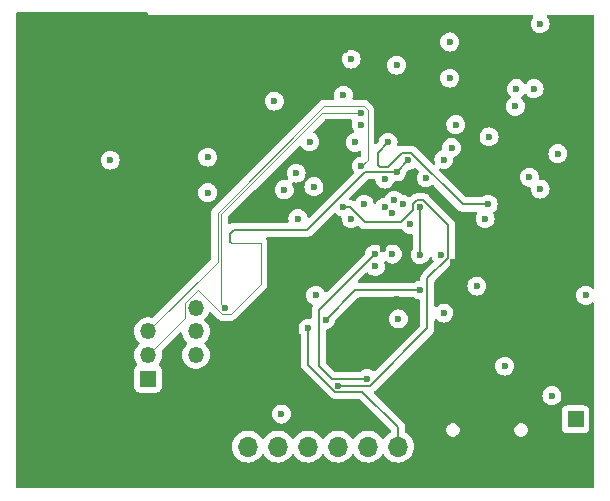
<source format=gbr>
%TF.GenerationSoftware,KiCad,Pcbnew,8.0.2*%
%TF.CreationDate,2025-04-11T11:57:09+07:00*%
%TF.ProjectId,wearable_device,77656172-6162-46c6-955f-646576696365,rev?*%
%TF.SameCoordinates,Original*%
%TF.FileFunction,Copper,L3,Inr*%
%TF.FilePolarity,Positive*%
%FSLAX46Y46*%
G04 Gerber Fmt 4.6, Leading zero omitted, Abs format (unit mm)*
G04 Created by KiCad (PCBNEW 8.0.2) date 2025-04-11 11:57:09*
%MOMM*%
%LPD*%
G01*
G04 APERTURE LIST*
%TA.AperFunction,ComponentPad*%
%ADD10R,1.350000X1.350000*%
%TD*%
%TA.AperFunction,ComponentPad*%
%ADD11R,1.700000X1.700000*%
%TD*%
%TA.AperFunction,ComponentPad*%
%ADD12O,1.700000X1.700000*%
%TD*%
%TA.AperFunction,ComponentPad*%
%ADD13O,1.000000X2.100000*%
%TD*%
%TA.AperFunction,ComponentPad*%
%ADD14O,1.000000X1.800000*%
%TD*%
%TA.AperFunction,ComponentPad*%
%ADD15O,1.350000X1.350000*%
%TD*%
%TA.AperFunction,ViaPad*%
%ADD16C,0.600000*%
%TD*%
%TA.AperFunction,Conductor*%
%ADD17C,0.100000*%
%TD*%
%TA.AperFunction,Conductor*%
%ADD18C,0.200000*%
%TD*%
G04 APERTURE END LIST*
D10*
%TO.N,GND*%
%TO.C,J6*%
X225150000Y-95450000D03*
%TD*%
D11*
%TO.N,GND*%
%TO.C,J5*%
X194875000Y-94250000D03*
D12*
%TO.N,+3.3V*%
X197415000Y-94250000D03*
%TO.N,/SCLK_TFT*%
X199955000Y-94250000D03*
%TO.N,/MOSI_TFT*%
X202495000Y-94250000D03*
%TO.N,/RES_TFT*%
X205035000Y-94250000D03*
%TO.N,/DC_TFT*%
X207575000Y-94250000D03*
%TO.N,/BLK_TFT*%
X210115000Y-94250000D03*
%TD*%
D13*
%TO.N,GND*%
%TO.C,P1*%
X213330000Y-92345000D03*
D14*
X213330000Y-96525000D03*
D13*
X221970000Y-92345000D03*
D14*
X221970000Y-96525000D03*
%TD*%
D10*
%TO.N,GND*%
%TO.C,J3*%
X193000000Y-88500000D03*
D15*
%TO.N,Net-(J3-Pin_2)*%
X193000000Y-86500000D03*
%TO.N,Net-(J3-Pin_3)*%
X193000000Y-84500000D03*
%TO.N,/INT_MAX*%
X193000000Y-82500000D03*
%TD*%
D10*
%TO.N,+3.3V*%
%TO.C,J4*%
X188950000Y-88500000D03*
D15*
%TO.N,/I2C_SDA*%
X188950000Y-86500000D03*
%TO.N,/I2C_SCL*%
X188950000Y-84500000D03*
%TO.N,GND*%
X188950000Y-82500000D03*
%TD*%
D10*
%TO.N,/VTP4*%
%TO.C,J2*%
X225150000Y-91950000D03*
%TD*%
D16*
%TO.N,GND*%
X197000000Y-92250000D03*
X209000000Y-64000000D03*
X209000000Y-67250000D03*
X221500000Y-94000000D03*
X210750000Y-64750000D03*
X214000000Y-81750000D03*
X195250000Y-68250000D03*
X221000000Y-91000000D03*
X214000000Y-66250000D03*
X198750000Y-81500000D03*
X226000000Y-89750000D03*
X214250000Y-93750000D03*
X201500000Y-73500000D03*
X210000000Y-59250000D03*
X194250000Y-88500000D03*
X212500000Y-64750000D03*
X203250000Y-60500000D03*
X208250000Y-59250000D03*
X202500000Y-77100000D03*
X223000000Y-86250000D03*
X208250000Y-63250000D03*
X205500000Y-59500000D03*
X207500000Y-59250000D03*
X208842822Y-77550000D03*
X194500000Y-96750000D03*
X184000000Y-63000000D03*
X190250000Y-74250000D03*
X212500000Y-66500000D03*
X215500000Y-59250000D03*
X224000000Y-79500000D03*
X209250000Y-59250000D03*
X214250000Y-96250000D03*
X195250000Y-92750000D03*
X205618507Y-60650000D03*
X192000000Y-66000000D03*
X188950000Y-80500000D03*
X215500000Y-65250000D03*
X210000000Y-81750000D03*
X214803388Y-78645734D03*
X210750000Y-66250000D03*
X193500000Y-74250000D03*
X187250000Y-74250000D03*
X226500000Y-66750000D03*
X208750000Y-65500000D03*
X214000000Y-67250000D03*
X220750000Y-96500000D03*
%TO.N,/RXD1*%
X209784456Y-73392228D03*
%TO.N,/TXD1*%
X203000000Y-72250000D03*
X209000000Y-71600000D03*
%TO.N,/INT_MAX*%
X207000000Y-66000000D03*
X195500000Y-82500000D03*
%TO.N,/SCLK_TFT*%
X207250000Y-73750000D03*
%TO.N,/BTN_CONTROL*%
X217824266Y-68024263D03*
%TO.N,/RES_TFT*%
X201500000Y-71100002D03*
%TO.N,/BLK_TFT*%
X202500000Y-84250000D03*
X200500000Y-72500000D03*
%TO.N,/MOSI_TFT*%
X205500000Y-74000000D03*
X205000000Y-89100000D03*
%TO.N,/DC_TFT*%
X217750000Y-73750000D03*
X209273527Y-68500000D03*
%TO.N,/I2C_SDA*%
X211000000Y-70000000D03*
X210000000Y-71000000D03*
X215000000Y-67000000D03*
%TO.N,+3.3V*%
X222150000Y-72450000D03*
X222150000Y-58450000D03*
X214500000Y-63060000D03*
X210000000Y-61960000D03*
X208150000Y-77950000D03*
X211150000Y-75450000D03*
X194000000Y-69750000D03*
X185750000Y-70000000D03*
X214500000Y-60000000D03*
X206150000Y-74950000D03*
X202650000Y-68450000D03*
X200250000Y-91500000D03*
X223650000Y-69450000D03*
X206150000Y-61450000D03*
X207500000Y-88500000D03*
X194000000Y-72750000D03*
%TO.N,/I2C_SCL*%
X207000000Y-70500000D03*
X212500000Y-71500000D03*
%TO.N,/SG_CHRG*%
X213750000Y-78000000D03*
X217500000Y-74950000D03*
X214650000Y-68950000D03*
%TO.N,/SG_STDBY*%
X214000000Y-69950000D03*
X209650000Y-77950000D03*
X209650000Y-74450000D03*
%TO.N,/STDBY*%
X210150000Y-83450000D03*
X214000000Y-82950000D03*
%TO.N,Net-(U1-RXD0)*%
X220050000Y-65450000D03*
X220150000Y-63950000D03*
%TO.N,/POWER_5V*%
X226000000Y-81450000D03*
X219150000Y-87450000D03*
%TO.N,/VTP4*%
X223150000Y-89950000D03*
X216790000Y-80660000D03*
%TO.N,/IRQ_ACC*%
X205500000Y-64500000D03*
%TO.N,/DTR*%
X208200000Y-79000000D03*
X199650000Y-65000000D03*
X221250000Y-71450000D03*
%TO.N,/RTS*%
X221650000Y-63950000D03*
X203150000Y-81450000D03*
X201650000Y-74950000D03*
%TO.N,/CS_SPI2*%
X206500000Y-68500000D03*
%TO.N,/CLK_SPI2*%
X209000000Y-73975000D03*
%TO.N,/MOSI_SPI2*%
X210500000Y-73750000D03*
X207000000Y-67000000D03*
%TO.N,/MISO_SPI2*%
X211998441Y-73986459D03*
X212000000Y-78000000D03*
X204000000Y-83500000D03*
X212000000Y-81000000D03*
%TD*%
D17*
%TO.N,/INT_MAX*%
X203722182Y-66000000D02*
X207000000Y-66000000D01*
X195500000Y-82500000D02*
X195150000Y-82150000D01*
X195150000Y-74572182D02*
X203722182Y-66000000D01*
X195150000Y-82150000D02*
X195150000Y-74572182D01*
D18*
%TO.N,/BLK_TFT*%
X207100000Y-89600000D02*
X204792893Y-89600000D01*
X210115000Y-92615000D02*
X207100000Y-89600000D01*
X202500000Y-87307107D02*
X202500000Y-84250000D01*
X204792893Y-89600000D02*
X202500000Y-87307107D01*
X210115000Y-94250000D02*
X210115000Y-92615000D01*
%TO.N,/MOSI_TFT*%
X211398441Y-74234988D02*
X210383429Y-75250000D01*
X212246970Y-73386459D02*
X211749912Y-73386459D01*
X207748529Y-89100000D02*
X212600000Y-84248529D01*
X211749912Y-73386459D02*
X211398441Y-73737930D01*
X211398441Y-73737930D02*
X211398441Y-74234988D01*
X206048529Y-74000000D02*
X205500000Y-74000000D01*
X205000000Y-89100000D02*
X207748529Y-89100000D01*
X214350000Y-75489489D02*
X212246970Y-73386459D01*
X214350000Y-78248529D02*
X214350000Y-75489489D01*
X207298529Y-75250000D02*
X206048529Y-74000000D01*
X210383429Y-75250000D02*
X207298529Y-75250000D01*
X212600000Y-84248529D02*
X212600000Y-79998529D01*
X212600000Y-79998529D02*
X214350000Y-78248529D01*
%TO.N,/DC_TFT*%
X210448529Y-69400000D02*
X209248529Y-70600000D01*
X211248529Y-69400000D02*
X210448529Y-69400000D01*
X208400000Y-70400000D02*
X208400000Y-69373527D01*
X208600000Y-70600000D02*
X208400000Y-70400000D01*
X209248529Y-70600000D02*
X208600000Y-70600000D01*
X217750000Y-73750000D02*
X215598529Y-73750000D01*
X215598529Y-73750000D02*
X211248529Y-69400000D01*
X208400000Y-69373527D02*
X209273527Y-68500000D01*
D17*
%TO.N,/I2C_SDA*%
X192075000Y-82116852D02*
X193191852Y-81000000D01*
D18*
X202448529Y-75900000D02*
X196251471Y-75900000D01*
D17*
X198450000Y-77050000D02*
X196050000Y-77050000D01*
X192075000Y-83375000D02*
X192075000Y-82116852D01*
X188950000Y-86500000D02*
X192075000Y-83375000D01*
X193191852Y-81000000D02*
X195241852Y-83050000D01*
D18*
X207348529Y-71000000D02*
X202448529Y-75900000D01*
D17*
X195950000Y-83050000D02*
X198500000Y-80500000D01*
X195241852Y-83050000D02*
X195950000Y-83050000D01*
D18*
X195900000Y-76251471D02*
X195900000Y-76900000D01*
D17*
X198500000Y-77000000D02*
X198450000Y-77050000D01*
X196050000Y-77050000D02*
X195900000Y-76900000D01*
X198500000Y-80500000D02*
X198500000Y-77000000D01*
D18*
X210000000Y-71000000D02*
X207348529Y-71000000D01*
X211000000Y-70000000D02*
X210000000Y-71000000D01*
X196251471Y-75900000D02*
X195900000Y-76251471D01*
%TO.N,+3.3V*%
X203400000Y-87400000D02*
X204500000Y-88500000D01*
X208150000Y-77950000D02*
X203400000Y-82700000D01*
X203400000Y-82700000D02*
X203400000Y-87400000D01*
X204500000Y-88500000D02*
X207500000Y-88500000D01*
D17*
%TO.N,/I2C_SCL*%
X207227818Y-65450000D02*
X207550000Y-65772182D01*
X188950000Y-84500000D02*
X194850000Y-78600000D01*
X203847918Y-65450000D02*
X207227818Y-65450000D01*
X207550000Y-69950000D02*
X207000000Y-70500000D01*
X194850000Y-78600000D02*
X194850000Y-74447918D01*
X207550000Y-65772182D02*
X207550000Y-69950000D01*
X194850000Y-74447918D02*
X203847918Y-65450000D01*
D18*
%TO.N,/MISO_SPI2*%
X206500000Y-81000000D02*
X212000000Y-81000000D01*
X212000000Y-78000000D02*
X212000000Y-73988018D01*
X204000000Y-83500000D02*
X206500000Y-81000000D01*
X212000000Y-73988018D02*
X211998441Y-73986459D01*
%TD*%
%TA.AperFunction,Conductor*%
%TO.N,GND*%
G36*
X211484627Y-81620185D02*
G01*
X211494903Y-81627555D01*
X211497736Y-81629814D01*
X211497738Y-81629816D01*
X211650478Y-81725789D01*
X211820745Y-81785368D01*
X211889384Y-81793101D01*
X211953796Y-81820166D01*
X211993352Y-81877760D01*
X211999500Y-81916321D01*
X211999500Y-83948432D01*
X211979815Y-84015471D01*
X211963181Y-84036113D01*
X208150085Y-87849208D01*
X208088762Y-87882693D01*
X208019070Y-87877709D01*
X207996432Y-87866521D01*
X207991116Y-87863181D01*
X207889806Y-87799523D01*
X207849523Y-87774211D01*
X207679254Y-87714631D01*
X207679249Y-87714630D01*
X207500004Y-87694435D01*
X207499996Y-87694435D01*
X207320750Y-87714630D01*
X207320745Y-87714631D01*
X207150476Y-87774211D01*
X206997736Y-87870185D01*
X206994903Y-87872445D01*
X206992724Y-87873334D01*
X206991842Y-87873889D01*
X206991744Y-87873734D01*
X206930217Y-87898855D01*
X206917588Y-87899500D01*
X204800097Y-87899500D01*
X204733058Y-87879815D01*
X204712416Y-87863181D01*
X204036819Y-87187584D01*
X204003334Y-87126261D01*
X204000500Y-87099903D01*
X204000500Y-84416321D01*
X204020185Y-84349282D01*
X204072989Y-84303527D01*
X204110612Y-84293101D01*
X204179255Y-84285368D01*
X204349522Y-84225789D01*
X204502262Y-84129816D01*
X204629816Y-84002262D01*
X204725789Y-83849522D01*
X204785368Y-83679255D01*
X204795161Y-83592329D01*
X204822226Y-83527918D01*
X204830690Y-83518543D01*
X204899237Y-83449996D01*
X209344435Y-83449996D01*
X209344435Y-83450003D01*
X209364630Y-83629249D01*
X209364631Y-83629254D01*
X209424211Y-83799523D01*
X209487646Y-83900478D01*
X209520184Y-83952262D01*
X209647738Y-84079816D01*
X209738080Y-84136582D01*
X209790424Y-84169472D01*
X209800478Y-84175789D01*
X209940323Y-84224723D01*
X209970745Y-84235368D01*
X209970750Y-84235369D01*
X210149996Y-84255565D01*
X210150000Y-84255565D01*
X210150004Y-84255565D01*
X210329249Y-84235369D01*
X210329252Y-84235368D01*
X210329255Y-84235368D01*
X210499522Y-84175789D01*
X210652262Y-84079816D01*
X210779816Y-83952262D01*
X210875789Y-83799522D01*
X210935368Y-83629255D01*
X210939528Y-83592333D01*
X210955565Y-83450003D01*
X210955565Y-83449996D01*
X210935369Y-83270750D01*
X210935368Y-83270745D01*
X210892059Y-83146975D01*
X210875789Y-83100478D01*
X210872731Y-83095612D01*
X210814782Y-83003386D01*
X210779816Y-82947738D01*
X210652262Y-82820184D01*
X210602727Y-82789059D01*
X210499523Y-82724211D01*
X210329254Y-82664631D01*
X210329249Y-82664630D01*
X210150004Y-82644435D01*
X210149996Y-82644435D01*
X209970750Y-82664630D01*
X209970745Y-82664631D01*
X209800476Y-82724211D01*
X209647737Y-82820184D01*
X209520184Y-82947737D01*
X209424211Y-83100476D01*
X209364631Y-83270745D01*
X209364630Y-83270750D01*
X209344435Y-83449996D01*
X204899237Y-83449996D01*
X206712416Y-81636819D01*
X206773739Y-81603334D01*
X206800097Y-81600500D01*
X211417588Y-81600500D01*
X211484627Y-81620185D01*
G37*
%TD.AperFunction*%
%TA.AperFunction,Conductor*%
G36*
X206201472Y-66570185D02*
G01*
X206247227Y-66622989D01*
X206257171Y-66692147D01*
X206251474Y-66715455D01*
X206214633Y-66820737D01*
X206214630Y-66820750D01*
X206194435Y-66999996D01*
X206194435Y-67000003D01*
X206214630Y-67179249D01*
X206214631Y-67179254D01*
X206274211Y-67349523D01*
X206370184Y-67502262D01*
X206375254Y-67507332D01*
X206408739Y-67568655D01*
X206403755Y-67638347D01*
X206361883Y-67694280D01*
X206326703Y-67710577D01*
X206327318Y-67712332D01*
X206150476Y-67774211D01*
X205997737Y-67870184D01*
X205870184Y-67997737D01*
X205774211Y-68150476D01*
X205714631Y-68320745D01*
X205714630Y-68320750D01*
X205694435Y-68499996D01*
X205694435Y-68500003D01*
X205714630Y-68679249D01*
X205714631Y-68679254D01*
X205774211Y-68849523D01*
X205838767Y-68952262D01*
X205870184Y-69002262D01*
X205997738Y-69129816D01*
X206062410Y-69170452D01*
X206147966Y-69224211D01*
X206150478Y-69225789D01*
X206278955Y-69270745D01*
X206320745Y-69285368D01*
X206320750Y-69285369D01*
X206499996Y-69305565D01*
X206500000Y-69305565D01*
X206500004Y-69305565D01*
X206679249Y-69285369D01*
X206679251Y-69285368D01*
X206679255Y-69285368D01*
X206679258Y-69285366D01*
X206679262Y-69285366D01*
X206834545Y-69231030D01*
X206904324Y-69227468D01*
X206964951Y-69262196D01*
X206997179Y-69324190D01*
X206999500Y-69348071D01*
X206999500Y-69583677D01*
X206979815Y-69650716D01*
X206927011Y-69696471D01*
X206889384Y-69706897D01*
X206820750Y-69714630D01*
X206650478Y-69774210D01*
X206497737Y-69870184D01*
X206370184Y-69997737D01*
X206274211Y-70150476D01*
X206214631Y-70320745D01*
X206214630Y-70320750D01*
X206194435Y-70499996D01*
X206194435Y-70500003D01*
X206214630Y-70679249D01*
X206214631Y-70679254D01*
X206274211Y-70849523D01*
X206366521Y-70996432D01*
X206385521Y-71063668D01*
X206365153Y-71130504D01*
X206349208Y-71150085D01*
X202647128Y-74852164D01*
X202585805Y-74885649D01*
X202516113Y-74880665D01*
X202460180Y-74838793D01*
X202436226Y-74778363D01*
X202435368Y-74770745D01*
X202375789Y-74600478D01*
X202279816Y-74447738D01*
X202152262Y-74320184D01*
X202089327Y-74280639D01*
X201999523Y-74224211D01*
X201829254Y-74164631D01*
X201829249Y-74164630D01*
X201650004Y-74144435D01*
X201649996Y-74144435D01*
X201470750Y-74164630D01*
X201470745Y-74164631D01*
X201300476Y-74224211D01*
X201147737Y-74320184D01*
X201020184Y-74447737D01*
X200924211Y-74600476D01*
X200864631Y-74770745D01*
X200864630Y-74770750D01*
X200844435Y-74949996D01*
X200844435Y-74950003D01*
X200864630Y-75129249D01*
X200864632Y-75129257D01*
X200866483Y-75134546D01*
X200870044Y-75204325D01*
X200835315Y-75264952D01*
X200773322Y-75297179D01*
X200749441Y-75299500D01*
X196330528Y-75299500D01*
X196172414Y-75299500D01*
X196019686Y-75340423D01*
X196019685Y-75340423D01*
X196019683Y-75340424D01*
X196019680Y-75340425D01*
X195969567Y-75369359D01*
X195969566Y-75369360D01*
X195927695Y-75393533D01*
X195886499Y-75417318D01*
X195818599Y-75433789D01*
X195752572Y-75410937D01*
X195709382Y-75356015D01*
X195700500Y-75309930D01*
X195700500Y-74851568D01*
X195720185Y-74784529D01*
X195736814Y-74763892D01*
X198000710Y-72499996D01*
X199694435Y-72499996D01*
X199694435Y-72500003D01*
X199714630Y-72679249D01*
X199714631Y-72679254D01*
X199766289Y-72826882D01*
X199774211Y-72849522D01*
X199870184Y-73002262D01*
X199997738Y-73129816D01*
X200060791Y-73169435D01*
X200092934Y-73189632D01*
X200150478Y-73225789D01*
X200235573Y-73255565D01*
X200320745Y-73285368D01*
X200320750Y-73285369D01*
X200499996Y-73305565D01*
X200500000Y-73305565D01*
X200500004Y-73305565D01*
X200679249Y-73285369D01*
X200679252Y-73285368D01*
X200679255Y-73285368D01*
X200849522Y-73225789D01*
X201002262Y-73129816D01*
X201129816Y-73002262D01*
X201225789Y-72849522D01*
X201285368Y-72679255D01*
X201291002Y-72629254D01*
X201305565Y-72500003D01*
X201305565Y-72499996D01*
X201285369Y-72320750D01*
X201285368Y-72320745D01*
X201260612Y-72249996D01*
X202194435Y-72249996D01*
X202194435Y-72250003D01*
X202214630Y-72429249D01*
X202214631Y-72429254D01*
X202274211Y-72599523D01*
X202368760Y-72749996D01*
X202370184Y-72752262D01*
X202497738Y-72879816D01*
X202539314Y-72905940D01*
X202632721Y-72964632D01*
X202650478Y-72975789D01*
X202820745Y-73035368D01*
X202820750Y-73035369D01*
X202999996Y-73055565D01*
X203000000Y-73055565D01*
X203000004Y-73055565D01*
X203179249Y-73035369D01*
X203179252Y-73035368D01*
X203179255Y-73035368D01*
X203349522Y-72975789D01*
X203502262Y-72879816D01*
X203629816Y-72752262D01*
X203725789Y-72599522D01*
X203785368Y-72429255D01*
X203785369Y-72429249D01*
X203805565Y-72250003D01*
X203805565Y-72249996D01*
X203785369Y-72070750D01*
X203785368Y-72070745D01*
X203742950Y-71949521D01*
X203725789Y-71900478D01*
X203716295Y-71885369D01*
X203675337Y-71820184D01*
X203629816Y-71747738D01*
X203502262Y-71620184D01*
X203499273Y-71618306D01*
X203349523Y-71524211D01*
X203179254Y-71464631D01*
X203179249Y-71464630D01*
X203000004Y-71444435D01*
X202999996Y-71444435D01*
X202820750Y-71464630D01*
X202820745Y-71464631D01*
X202650476Y-71524211D01*
X202497737Y-71620184D01*
X202370184Y-71747737D01*
X202274211Y-71900476D01*
X202214631Y-72070745D01*
X202214630Y-72070750D01*
X202194435Y-72249996D01*
X201260612Y-72249996D01*
X201225788Y-72150475D01*
X201174040Y-72068120D01*
X201155039Y-72000883D01*
X201175406Y-71934048D01*
X201228674Y-71888833D01*
X201297930Y-71879595D01*
X201319989Y-71885106D01*
X201320741Y-71885369D01*
X201320744Y-71885369D01*
X201320745Y-71885370D01*
X201320746Y-71885370D01*
X201320750Y-71885371D01*
X201499996Y-71905567D01*
X201500000Y-71905567D01*
X201500004Y-71905567D01*
X201679249Y-71885371D01*
X201679252Y-71885370D01*
X201679255Y-71885370D01*
X201849522Y-71825791D01*
X202002262Y-71729818D01*
X202129816Y-71602264D01*
X202225789Y-71449524D01*
X202285368Y-71279257D01*
X202285369Y-71279251D01*
X202305565Y-71100005D01*
X202305565Y-71099998D01*
X202285369Y-70920752D01*
X202285368Y-70920747D01*
X202225788Y-70750478D01*
X202159156Y-70644435D01*
X202129816Y-70597740D01*
X202002262Y-70470186D01*
X201973736Y-70452262D01*
X201849523Y-70374213D01*
X201679254Y-70314633D01*
X201679249Y-70314632D01*
X201500004Y-70294437D01*
X201499996Y-70294437D01*
X201320750Y-70314632D01*
X201320745Y-70314633D01*
X201150476Y-70374213D01*
X200997737Y-70470186D01*
X200870184Y-70597739D01*
X200774211Y-70750478D01*
X200714631Y-70920747D01*
X200714630Y-70920752D01*
X200694435Y-71099998D01*
X200694435Y-71100005D01*
X200714630Y-71279251D01*
X200714631Y-71279256D01*
X200774211Y-71449525D01*
X200825960Y-71531882D01*
X200844960Y-71599118D01*
X200824592Y-71665954D01*
X200771325Y-71711168D01*
X200702068Y-71720406D01*
X200680019Y-71714898D01*
X200679264Y-71714634D01*
X200679249Y-71714630D01*
X200500004Y-71694435D01*
X200499996Y-71694435D01*
X200320750Y-71714630D01*
X200320745Y-71714631D01*
X200150476Y-71774211D01*
X199997737Y-71870184D01*
X199870184Y-71997737D01*
X199774211Y-72150476D01*
X199714631Y-72320745D01*
X199714630Y-72320750D01*
X199694435Y-72499996D01*
X198000710Y-72499996D01*
X201728202Y-68772503D01*
X201789523Y-68739020D01*
X201859215Y-68744004D01*
X201915148Y-68785876D01*
X201920874Y-68794213D01*
X202020182Y-68952260D01*
X202020184Y-68952262D01*
X202147738Y-69079816D01*
X202230074Y-69131551D01*
X202282721Y-69164632D01*
X202300478Y-69175789D01*
X202438860Y-69224211D01*
X202470745Y-69235368D01*
X202470750Y-69235369D01*
X202649996Y-69255565D01*
X202650000Y-69255565D01*
X202650004Y-69255565D01*
X202829249Y-69235369D01*
X202829252Y-69235368D01*
X202829255Y-69235368D01*
X202999522Y-69175789D01*
X203152262Y-69079816D01*
X203279816Y-68952262D01*
X203375789Y-68799522D01*
X203435368Y-68629255D01*
X203437300Y-68612110D01*
X203455565Y-68450003D01*
X203455565Y-68449996D01*
X203435369Y-68270750D01*
X203435368Y-68270745D01*
X203375788Y-68100476D01*
X203279815Y-67947737D01*
X203152260Y-67820182D01*
X202994213Y-67720874D01*
X202947923Y-67668540D01*
X202937275Y-67599486D01*
X202965650Y-67535638D01*
X202972491Y-67528214D01*
X203913888Y-66586819D01*
X203975211Y-66553334D01*
X204001569Y-66550500D01*
X206134433Y-66550500D01*
X206201472Y-66570185D01*
G37*
%TD.AperFunction*%
%TA.AperFunction,Conductor*%
G36*
X188893039Y-57520185D02*
G01*
X188938794Y-57572989D01*
X188950000Y-57624500D01*
X188950000Y-57700000D01*
X221468560Y-57700000D01*
X221535599Y-57719685D01*
X221581354Y-57772489D01*
X221591298Y-57841647D01*
X221562273Y-57905203D01*
X221556241Y-57911681D01*
X221520184Y-57947737D01*
X221424211Y-58100476D01*
X221364631Y-58270745D01*
X221364630Y-58270750D01*
X221344435Y-58449996D01*
X221344435Y-58450003D01*
X221364630Y-58629249D01*
X221364631Y-58629254D01*
X221424211Y-58799523D01*
X221520184Y-58952262D01*
X221647738Y-59079816D01*
X221800478Y-59175789D01*
X221911479Y-59214630D01*
X221970745Y-59235368D01*
X221970750Y-59235369D01*
X222149996Y-59255565D01*
X222150000Y-59255565D01*
X222150004Y-59255565D01*
X222329249Y-59235369D01*
X222329252Y-59235368D01*
X222329255Y-59235368D01*
X222499522Y-59175789D01*
X222652262Y-59079816D01*
X222779816Y-58952262D01*
X222875789Y-58799522D01*
X222935368Y-58629255D01*
X222955565Y-58450000D01*
X222935368Y-58270745D01*
X222875789Y-58100478D01*
X222779816Y-57947738D01*
X222743759Y-57911681D01*
X222710274Y-57850358D01*
X222715258Y-57780666D01*
X222757130Y-57724733D01*
X222822594Y-57700316D01*
X222831440Y-57700000D01*
X226625500Y-57700000D01*
X226692539Y-57719685D01*
X226738294Y-57772489D01*
X226749500Y-57824000D01*
X226749500Y-80768060D01*
X226729815Y-80835099D01*
X226677011Y-80880854D01*
X226607853Y-80890798D01*
X226544297Y-80861773D01*
X226537819Y-80855741D01*
X226502262Y-80820184D01*
X226349523Y-80724211D01*
X226179254Y-80664631D01*
X226179249Y-80664630D01*
X226000004Y-80644435D01*
X225999996Y-80644435D01*
X225820750Y-80664630D01*
X225820745Y-80664631D01*
X225650476Y-80724211D01*
X225497737Y-80820184D01*
X225370184Y-80947737D01*
X225274211Y-81100476D01*
X225214631Y-81270745D01*
X225214630Y-81270750D01*
X225194435Y-81449996D01*
X225194435Y-81450003D01*
X225214630Y-81629249D01*
X225214631Y-81629254D01*
X225274211Y-81799523D01*
X225277972Y-81805508D01*
X225370184Y-81952262D01*
X225497738Y-82079816D01*
X225580693Y-82131940D01*
X225632721Y-82164632D01*
X225650478Y-82175789D01*
X225788860Y-82224211D01*
X225820745Y-82235368D01*
X225820750Y-82235369D01*
X225999996Y-82255565D01*
X226000000Y-82255565D01*
X226000004Y-82255565D01*
X226179249Y-82235369D01*
X226179252Y-82235368D01*
X226179255Y-82235368D01*
X226349522Y-82175789D01*
X226502262Y-82079816D01*
X226537819Y-82044259D01*
X226599142Y-82010774D01*
X226668834Y-82015758D01*
X226724767Y-82057630D01*
X226749184Y-82123094D01*
X226749500Y-82131940D01*
X226749500Y-97625500D01*
X226729815Y-97692539D01*
X226677011Y-97738294D01*
X226625500Y-97749500D01*
X177874500Y-97749500D01*
X177807461Y-97729815D01*
X177761706Y-97677011D01*
X177750500Y-97625500D01*
X177750500Y-91499996D01*
X199444435Y-91499996D01*
X199444435Y-91500003D01*
X199464630Y-91679249D01*
X199464631Y-91679254D01*
X199524211Y-91849523D01*
X199620184Y-92002262D01*
X199747738Y-92129816D01*
X199900478Y-92225789D01*
X200025397Y-92269500D01*
X200070745Y-92285368D01*
X200070750Y-92285369D01*
X200249996Y-92305565D01*
X200250000Y-92305565D01*
X200250004Y-92305565D01*
X200429249Y-92285369D01*
X200429252Y-92285368D01*
X200429255Y-92285368D01*
X200599522Y-92225789D01*
X200752262Y-92129816D01*
X200879816Y-92002262D01*
X200975789Y-91849522D01*
X201035368Y-91679255D01*
X201055565Y-91500000D01*
X201035368Y-91320745D01*
X200975789Y-91150478D01*
X200879816Y-90997738D01*
X200752262Y-90870184D01*
X200690223Y-90831202D01*
X200599523Y-90774211D01*
X200429254Y-90714631D01*
X200429249Y-90714630D01*
X200250004Y-90694435D01*
X200249996Y-90694435D01*
X200070750Y-90714630D01*
X200070745Y-90714631D01*
X199900476Y-90774211D01*
X199747737Y-90870184D01*
X199620184Y-90997737D01*
X199524211Y-91150476D01*
X199464631Y-91320745D01*
X199464630Y-91320750D01*
X199444435Y-91499996D01*
X177750500Y-91499996D01*
X177750500Y-84499995D01*
X187769464Y-84499995D01*
X187769464Y-84500000D01*
X187789564Y-84716918D01*
X187789564Y-84716920D01*
X187789565Y-84716923D01*
X187849183Y-84926459D01*
X187849184Y-84926462D01*
X187946288Y-85121472D01*
X188077574Y-85295324D01*
X188201572Y-85408363D01*
X188237854Y-85468074D01*
X188236093Y-85537922D01*
X188201572Y-85591637D01*
X188077574Y-85704675D01*
X187946288Y-85878527D01*
X187849184Y-86073537D01*
X187789564Y-86283081D01*
X187769464Y-86499999D01*
X187769464Y-86500000D01*
X187789564Y-86716918D01*
X187789564Y-86716920D01*
X187789565Y-86716923D01*
X187849183Y-86926459D01*
X187849184Y-86926462D01*
X187935548Y-87099903D01*
X187946288Y-87121472D01*
X188021036Y-87220455D01*
X188027747Y-87229341D01*
X188052439Y-87294702D01*
X188037874Y-87363037D01*
X188003105Y-87403334D01*
X187917452Y-87467455D01*
X187831206Y-87582664D01*
X187831204Y-87582669D01*
X187780908Y-87717517D01*
X187774501Y-87777116D01*
X187774501Y-87777123D01*
X187774500Y-87777135D01*
X187774500Y-89222870D01*
X187774501Y-89222876D01*
X187780908Y-89282483D01*
X187831202Y-89417328D01*
X187831206Y-89417335D01*
X187917452Y-89532544D01*
X187917455Y-89532547D01*
X188032664Y-89618793D01*
X188032671Y-89618797D01*
X188167517Y-89669091D01*
X188167516Y-89669091D01*
X188174444Y-89669835D01*
X188227127Y-89675500D01*
X189672872Y-89675499D01*
X189732483Y-89669091D01*
X189867331Y-89618796D01*
X189982546Y-89532546D01*
X190068796Y-89417331D01*
X190119091Y-89282483D01*
X190125500Y-89222873D01*
X190125499Y-87777128D01*
X190119091Y-87717517D01*
X190118014Y-87714630D01*
X190068796Y-87582669D01*
X190068793Y-87582664D01*
X189982547Y-87467455D01*
X189982544Y-87467452D01*
X189896895Y-87403335D01*
X189855024Y-87347402D01*
X189850040Y-87277710D01*
X189872251Y-87229344D01*
X189953712Y-87121472D01*
X190050817Y-86926459D01*
X190110435Y-86716923D01*
X190130536Y-86500000D01*
X190110435Y-86283077D01*
X190093831Y-86224719D01*
X190094417Y-86154856D01*
X190125414Y-86103109D01*
X191624974Y-84603549D01*
X191686295Y-84570066D01*
X191755987Y-84575050D01*
X191811920Y-84616922D01*
X191836124Y-84679790D01*
X191839564Y-84716918D01*
X191839564Y-84716920D01*
X191839565Y-84716923D01*
X191899183Y-84926459D01*
X191899184Y-84926462D01*
X191996288Y-85121472D01*
X192127574Y-85295324D01*
X192251572Y-85408363D01*
X192287854Y-85468074D01*
X192286093Y-85537922D01*
X192251572Y-85591637D01*
X192127574Y-85704675D01*
X191996288Y-85878527D01*
X191899184Y-86073537D01*
X191839564Y-86283081D01*
X191819464Y-86499999D01*
X191819464Y-86500000D01*
X191839564Y-86716918D01*
X191839564Y-86716920D01*
X191839565Y-86716923D01*
X191899183Y-86926459D01*
X191899184Y-86926462D01*
X191985548Y-87099903D01*
X191996288Y-87121472D01*
X192127573Y-87295322D01*
X192288568Y-87442088D01*
X192288575Y-87442092D01*
X192288576Y-87442093D01*
X192473786Y-87556770D01*
X192473792Y-87556773D01*
X192496664Y-87565633D01*
X192676931Y-87635470D01*
X192891074Y-87675500D01*
X192891076Y-87675500D01*
X193108924Y-87675500D01*
X193108926Y-87675500D01*
X193323069Y-87635470D01*
X193526210Y-87556772D01*
X193711432Y-87442088D01*
X193872427Y-87295322D01*
X194003712Y-87121472D01*
X194100817Y-86926459D01*
X194160435Y-86716923D01*
X194180536Y-86500000D01*
X194160435Y-86283077D01*
X194100817Y-86073541D01*
X194003712Y-85878528D01*
X193872427Y-85704678D01*
X193748423Y-85591634D01*
X193712145Y-85531927D01*
X193713905Y-85462079D01*
X193748423Y-85408365D01*
X193872427Y-85295322D01*
X194003712Y-85121472D01*
X194100817Y-84926459D01*
X194160435Y-84716923D01*
X194180536Y-84500000D01*
X194173980Y-84429255D01*
X194164559Y-84327584D01*
X194160435Y-84283077D01*
X194100817Y-84073541D01*
X194003712Y-83878528D01*
X193872427Y-83704678D01*
X193748423Y-83591634D01*
X193712145Y-83531927D01*
X193713905Y-83462079D01*
X193748423Y-83408365D01*
X193872427Y-83295322D01*
X194003712Y-83121472D01*
X194067354Y-82993661D01*
X194103373Y-82921327D01*
X194105874Y-82922572D01*
X194141081Y-82876479D01*
X194206779Y-82852697D01*
X194274905Y-82868210D01*
X194302107Y-82888780D01*
X194903837Y-83490510D01*
X195020582Y-83557912D01*
X195029367Y-83562984D01*
X195169377Y-83600500D01*
X195169378Y-83600500D01*
X195169380Y-83600500D01*
X196022472Y-83600500D01*
X196022474Y-83600500D01*
X196022475Y-83600500D01*
X196162485Y-83562984D01*
X196171270Y-83557912D01*
X196288015Y-83490510D01*
X198940510Y-80838014D01*
X199012984Y-80712485D01*
X199025806Y-80664632D01*
X199050500Y-80572475D01*
X199050500Y-76927525D01*
X199012984Y-76787515D01*
X198969377Y-76711985D01*
X198954661Y-76686496D01*
X198938192Y-76618597D01*
X198961045Y-76552571D01*
X199015967Y-76509381D01*
X199062051Y-76500500D01*
X202361860Y-76500500D01*
X202361876Y-76500501D01*
X202369472Y-76500501D01*
X202527583Y-76500501D01*
X202527586Y-76500501D01*
X202680314Y-76459577D01*
X202730433Y-76430639D01*
X202817245Y-76380520D01*
X202929049Y-76268716D01*
X202929049Y-76268714D01*
X202939257Y-76258507D01*
X202939259Y-76258504D01*
X204695163Y-74502599D01*
X204756484Y-74469116D01*
X204826176Y-74474100D01*
X204870523Y-74502601D01*
X204997738Y-74629816D01*
X205029065Y-74649500D01*
X205150478Y-74725789D01*
X205268044Y-74766927D01*
X205324820Y-74807649D01*
X205350568Y-74872601D01*
X205350310Y-74897852D01*
X205344435Y-74949996D01*
X205344435Y-74950003D01*
X205364630Y-75129249D01*
X205364631Y-75129254D01*
X205424211Y-75299523D01*
X205493900Y-75410432D01*
X205520184Y-75452262D01*
X205647738Y-75579816D01*
X205800478Y-75675789D01*
X205956890Y-75730520D01*
X205970745Y-75735368D01*
X205970750Y-75735369D01*
X206149996Y-75755565D01*
X206150000Y-75755565D01*
X206150004Y-75755565D01*
X206329249Y-75735369D01*
X206329252Y-75735368D01*
X206329255Y-75735368D01*
X206499522Y-75675789D01*
X206646433Y-75583478D01*
X206713668Y-75564478D01*
X206780503Y-75584845D01*
X206800085Y-75600791D01*
X206813668Y-75614374D01*
X206813678Y-75614385D01*
X206818008Y-75618715D01*
X206818009Y-75618716D01*
X206929813Y-75730520D01*
X207016624Y-75780639D01*
X207016626Y-75780641D01*
X207054680Y-75802611D01*
X207066744Y-75809577D01*
X207219472Y-75850501D01*
X207219475Y-75850501D01*
X207385182Y-75850501D01*
X207385198Y-75850500D01*
X210296760Y-75850500D01*
X210296776Y-75850501D01*
X210304372Y-75850501D01*
X210387711Y-75850501D01*
X210454750Y-75870186D01*
X210492703Y-75908527D01*
X210520184Y-75952262D01*
X210647738Y-76079816D01*
X210800478Y-76175789D01*
X210970745Y-76235368D01*
X210970750Y-76235369D01*
X211149996Y-76255565D01*
X211150000Y-76255565D01*
X211150003Y-76255565D01*
X211261616Y-76242989D01*
X211330438Y-76255043D01*
X211381818Y-76302392D01*
X211399500Y-76366209D01*
X211399500Y-77417587D01*
X211379815Y-77484626D01*
X211372450Y-77494896D01*
X211370186Y-77497734D01*
X211274211Y-77650476D01*
X211214631Y-77820745D01*
X211214630Y-77820750D01*
X211194435Y-77999996D01*
X211194435Y-78000003D01*
X211214630Y-78179249D01*
X211214631Y-78179254D01*
X211274211Y-78349523D01*
X211356393Y-78480314D01*
X211370184Y-78502262D01*
X211497738Y-78629816D01*
X211650478Y-78725789D01*
X211735573Y-78755565D01*
X211820745Y-78785368D01*
X211820750Y-78785369D01*
X211999996Y-78805565D01*
X212000000Y-78805565D01*
X212000004Y-78805565D01*
X212179249Y-78785369D01*
X212179252Y-78785368D01*
X212179255Y-78785368D01*
X212349522Y-78725789D01*
X212502262Y-78629816D01*
X212629816Y-78502262D01*
X212725789Y-78349522D01*
X212757958Y-78257587D01*
X212798680Y-78200812D01*
X212863633Y-78175065D01*
X212932194Y-78188521D01*
X212982597Y-78236908D01*
X212992042Y-78257588D01*
X213024211Y-78349523D01*
X213116520Y-78496431D01*
X213135520Y-78563668D01*
X213115152Y-78630503D01*
X213099207Y-78650084D01*
X212231286Y-79518007D01*
X212119481Y-79629811D01*
X212119479Y-79629814D01*
X212069361Y-79716623D01*
X212069359Y-79716625D01*
X212040425Y-79766738D01*
X212040424Y-79766739D01*
X212024544Y-79826001D01*
X211999499Y-79919472D01*
X211999499Y-79919474D01*
X211999499Y-80083677D01*
X211979814Y-80150716D01*
X211927010Y-80196471D01*
X211889384Y-80206897D01*
X211820750Y-80214630D01*
X211650478Y-80274210D01*
X211497736Y-80370185D01*
X211494903Y-80372445D01*
X211492724Y-80373334D01*
X211491842Y-80373889D01*
X211491744Y-80373734D01*
X211430217Y-80398855D01*
X211417588Y-80399500D01*
X206849097Y-80399500D01*
X206782058Y-80379815D01*
X206736303Y-80327011D01*
X206726359Y-80257853D01*
X206755384Y-80194297D01*
X206761416Y-80187819D01*
X207420897Y-79528337D01*
X207482220Y-79494852D01*
X207551911Y-79499836D01*
X207596259Y-79528337D01*
X207697738Y-79629816D01*
X207788080Y-79686582D01*
X207835893Y-79716625D01*
X207850478Y-79725789D01*
X207967521Y-79766744D01*
X208020745Y-79785368D01*
X208020750Y-79785369D01*
X208199996Y-79805565D01*
X208200000Y-79805565D01*
X208200004Y-79805565D01*
X208379249Y-79785369D01*
X208379252Y-79785368D01*
X208379255Y-79785368D01*
X208549522Y-79725789D01*
X208702262Y-79629816D01*
X208829816Y-79502262D01*
X208925789Y-79349522D01*
X208985368Y-79179255D01*
X209005565Y-79000000D01*
X208985368Y-78820745D01*
X208947721Y-78713158D01*
X208944161Y-78643380D01*
X208978890Y-78582752D01*
X209040883Y-78550525D01*
X209110458Y-78556930D01*
X209141050Y-78577035D01*
X209142295Y-78575475D01*
X209147737Y-78579815D01*
X209147738Y-78579816D01*
X209300478Y-78675789D01*
X209443367Y-78725788D01*
X209470745Y-78735368D01*
X209470750Y-78735369D01*
X209649996Y-78755565D01*
X209650000Y-78755565D01*
X209650004Y-78755565D01*
X209829249Y-78735369D01*
X209829252Y-78735368D01*
X209829255Y-78735368D01*
X209999522Y-78675789D01*
X210152262Y-78579816D01*
X210279816Y-78452262D01*
X210375789Y-78299522D01*
X210435368Y-78129255D01*
X210449931Y-78000003D01*
X210455565Y-77950003D01*
X210455565Y-77949996D01*
X210435369Y-77770750D01*
X210435368Y-77770745D01*
X210432689Y-77763090D01*
X210375789Y-77600478D01*
X210355441Y-77568095D01*
X210311232Y-77497737D01*
X210279816Y-77447738D01*
X210152262Y-77320184D01*
X209999523Y-77224211D01*
X209829254Y-77164631D01*
X209829249Y-77164630D01*
X209650004Y-77144435D01*
X209649996Y-77144435D01*
X209470750Y-77164630D01*
X209470745Y-77164631D01*
X209300476Y-77224211D01*
X209147737Y-77320184D01*
X209020184Y-77447737D01*
X209004994Y-77471913D01*
X208952659Y-77518204D01*
X208883605Y-77528852D01*
X208819757Y-77500477D01*
X208795006Y-77471913D01*
X208779816Y-77447738D01*
X208652262Y-77320184D01*
X208499523Y-77224211D01*
X208329254Y-77164631D01*
X208329249Y-77164630D01*
X208150004Y-77144435D01*
X208149996Y-77144435D01*
X207970750Y-77164630D01*
X207970745Y-77164631D01*
X207800476Y-77224211D01*
X207647737Y-77320184D01*
X207520184Y-77447737D01*
X207424210Y-77600478D01*
X207364630Y-77770750D01*
X207354837Y-77857668D01*
X207327770Y-77922082D01*
X207319298Y-77931465D01*
X204086486Y-81164277D01*
X204025163Y-81197762D01*
X203955471Y-81192778D01*
X203899538Y-81150906D01*
X203881763Y-81117550D01*
X203875789Y-81100478D01*
X203779815Y-80947737D01*
X203652262Y-80820184D01*
X203499523Y-80724211D01*
X203329254Y-80664631D01*
X203329249Y-80664630D01*
X203150004Y-80644435D01*
X203149996Y-80644435D01*
X202970750Y-80664630D01*
X202970745Y-80664631D01*
X202800476Y-80724211D01*
X202647737Y-80820184D01*
X202520184Y-80947737D01*
X202424211Y-81100476D01*
X202364631Y-81270745D01*
X202364630Y-81270750D01*
X202344435Y-81449996D01*
X202344435Y-81450003D01*
X202364630Y-81629249D01*
X202364631Y-81629254D01*
X202424211Y-81799523D01*
X202427972Y-81805508D01*
X202520184Y-81952262D01*
X202647738Y-82079816D01*
X202800478Y-82175789D01*
X202828737Y-82185677D01*
X202832900Y-82187134D01*
X202889677Y-82227855D01*
X202915425Y-82292807D01*
X202901970Y-82361369D01*
X202899335Y-82366174D01*
X202873621Y-82410714D01*
X202873620Y-82410717D01*
X202840423Y-82468214D01*
X202840423Y-82468215D01*
X202799499Y-82620943D01*
X202799499Y-82620945D01*
X202799499Y-82789046D01*
X202799500Y-82789059D01*
X202799500Y-83339424D01*
X202779815Y-83406463D01*
X202727011Y-83452218D01*
X202661617Y-83462644D01*
X202500004Y-83444435D01*
X202499996Y-83444435D01*
X202320750Y-83464630D01*
X202320745Y-83464631D01*
X202150476Y-83524211D01*
X201997737Y-83620184D01*
X201870184Y-83747737D01*
X201774211Y-83900476D01*
X201714631Y-84070745D01*
X201714630Y-84070750D01*
X201694435Y-84249996D01*
X201694435Y-84250003D01*
X201714630Y-84429249D01*
X201714631Y-84429254D01*
X201774211Y-84599523D01*
X201824647Y-84679790D01*
X201855598Y-84729049D01*
X201870185Y-84752263D01*
X201872445Y-84755097D01*
X201873334Y-84757275D01*
X201873889Y-84758158D01*
X201873734Y-84758255D01*
X201898855Y-84819783D01*
X201899500Y-84832412D01*
X201899500Y-87220437D01*
X201899499Y-87220455D01*
X201899499Y-87386161D01*
X201899498Y-87386161D01*
X201899499Y-87386164D01*
X201940423Y-87538892D01*
X201965698Y-87582669D01*
X202019294Y-87675500D01*
X202019479Y-87675821D01*
X202019481Y-87675824D01*
X202138349Y-87794692D01*
X202138355Y-87794697D01*
X204308032Y-89964374D01*
X204308042Y-89964385D01*
X204312372Y-89968715D01*
X204312373Y-89968716D01*
X204424177Y-90080520D01*
X204424179Y-90080521D01*
X204424183Y-90080524D01*
X204508589Y-90129255D01*
X204561109Y-90159577D01*
X204672912Y-90189534D01*
X204713835Y-90200500D01*
X204713836Y-90200500D01*
X206799903Y-90200500D01*
X206866942Y-90220185D01*
X206887584Y-90236819D01*
X209478181Y-92827416D01*
X209511666Y-92888739D01*
X209514500Y-92915097D01*
X209514500Y-92960908D01*
X209494815Y-93027947D01*
X209442914Y-93073286D01*
X209437173Y-93075963D01*
X209437169Y-93075965D01*
X209243597Y-93211505D01*
X209076505Y-93378597D01*
X208946575Y-93564158D01*
X208891998Y-93607783D01*
X208822500Y-93614977D01*
X208760145Y-93583454D01*
X208743425Y-93564158D01*
X208613494Y-93378597D01*
X208446402Y-93211506D01*
X208446395Y-93211501D01*
X208252834Y-93075967D01*
X208252830Y-93075965D01*
X208149855Y-93027947D01*
X208038663Y-92976097D01*
X208038659Y-92976096D01*
X208038655Y-92976094D01*
X207810413Y-92914938D01*
X207810403Y-92914936D01*
X207575001Y-92894341D01*
X207574999Y-92894341D01*
X207339596Y-92914936D01*
X207339586Y-92914938D01*
X207111344Y-92976094D01*
X207111335Y-92976098D01*
X206897171Y-93075964D01*
X206897169Y-93075965D01*
X206703597Y-93211505D01*
X206536505Y-93378597D01*
X206406575Y-93564158D01*
X206351998Y-93607783D01*
X206282500Y-93614977D01*
X206220145Y-93583454D01*
X206203425Y-93564158D01*
X206073494Y-93378597D01*
X205906402Y-93211506D01*
X205906395Y-93211501D01*
X205712834Y-93075967D01*
X205712830Y-93075965D01*
X205609855Y-93027947D01*
X205498663Y-92976097D01*
X205498659Y-92976096D01*
X205498655Y-92976094D01*
X205270413Y-92914938D01*
X205270403Y-92914936D01*
X205035001Y-92894341D01*
X205034999Y-92894341D01*
X204799596Y-92914936D01*
X204799586Y-92914938D01*
X204571344Y-92976094D01*
X204571335Y-92976098D01*
X204357171Y-93075964D01*
X204357169Y-93075965D01*
X204163597Y-93211505D01*
X203996505Y-93378597D01*
X203866575Y-93564158D01*
X203811998Y-93607783D01*
X203742500Y-93614977D01*
X203680145Y-93583454D01*
X203663425Y-93564158D01*
X203533494Y-93378597D01*
X203366402Y-93211506D01*
X203366395Y-93211501D01*
X203172834Y-93075967D01*
X203172830Y-93075965D01*
X203069855Y-93027947D01*
X202958663Y-92976097D01*
X202958659Y-92976096D01*
X202958655Y-92976094D01*
X202730413Y-92914938D01*
X202730403Y-92914936D01*
X202495001Y-92894341D01*
X202494999Y-92894341D01*
X202259596Y-92914936D01*
X202259586Y-92914938D01*
X202031344Y-92976094D01*
X202031335Y-92976098D01*
X201817171Y-93075964D01*
X201817169Y-93075965D01*
X201623597Y-93211505D01*
X201456505Y-93378597D01*
X201326575Y-93564158D01*
X201271998Y-93607783D01*
X201202500Y-93614977D01*
X201140145Y-93583454D01*
X201123425Y-93564158D01*
X200993494Y-93378597D01*
X200826402Y-93211506D01*
X200826395Y-93211501D01*
X200632834Y-93075967D01*
X200632830Y-93075965D01*
X200529855Y-93027947D01*
X200418663Y-92976097D01*
X200418659Y-92976096D01*
X200418655Y-92976094D01*
X200190413Y-92914938D01*
X200190403Y-92914936D01*
X199955001Y-92894341D01*
X199954999Y-92894341D01*
X199719596Y-92914936D01*
X199719586Y-92914938D01*
X199491344Y-92976094D01*
X199491335Y-92976098D01*
X199277171Y-93075964D01*
X199277169Y-93075965D01*
X199083597Y-93211505D01*
X198916505Y-93378597D01*
X198786575Y-93564158D01*
X198731998Y-93607783D01*
X198662500Y-93614977D01*
X198600145Y-93583454D01*
X198583425Y-93564158D01*
X198453494Y-93378597D01*
X198286402Y-93211506D01*
X198286395Y-93211501D01*
X198092834Y-93075967D01*
X198092830Y-93075965D01*
X197989855Y-93027947D01*
X197878663Y-92976097D01*
X197878659Y-92976096D01*
X197878655Y-92976094D01*
X197650413Y-92914938D01*
X197650403Y-92914936D01*
X197415001Y-92894341D01*
X197414999Y-92894341D01*
X197179596Y-92914936D01*
X197179586Y-92914938D01*
X196951344Y-92976094D01*
X196951335Y-92976098D01*
X196737171Y-93075964D01*
X196737169Y-93075965D01*
X196543597Y-93211505D01*
X196376505Y-93378597D01*
X196240965Y-93572169D01*
X196240964Y-93572171D01*
X196141098Y-93786335D01*
X196141094Y-93786344D01*
X196079938Y-94014586D01*
X196079936Y-94014596D01*
X196059341Y-94249999D01*
X196059341Y-94250000D01*
X196079936Y-94485403D01*
X196079938Y-94485413D01*
X196141094Y-94713655D01*
X196141096Y-94713659D01*
X196141097Y-94713663D01*
X196145000Y-94722032D01*
X196240965Y-94927830D01*
X196240967Y-94927834D01*
X196349281Y-95082521D01*
X196376505Y-95121401D01*
X196543599Y-95288495D01*
X196640384Y-95356265D01*
X196737165Y-95424032D01*
X196737167Y-95424033D01*
X196737170Y-95424035D01*
X196951337Y-95523903D01*
X197179592Y-95585063D01*
X197367918Y-95601539D01*
X197414999Y-95605659D01*
X197415000Y-95605659D01*
X197415001Y-95605659D01*
X197454234Y-95602226D01*
X197650408Y-95585063D01*
X197878663Y-95523903D01*
X198092830Y-95424035D01*
X198286401Y-95288495D01*
X198453495Y-95121401D01*
X198583425Y-94935842D01*
X198638002Y-94892217D01*
X198707500Y-94885023D01*
X198769855Y-94916546D01*
X198786575Y-94935842D01*
X198916500Y-95121395D01*
X198916505Y-95121401D01*
X199083599Y-95288495D01*
X199180384Y-95356265D01*
X199277165Y-95424032D01*
X199277167Y-95424033D01*
X199277170Y-95424035D01*
X199491337Y-95523903D01*
X199719592Y-95585063D01*
X199907918Y-95601539D01*
X199954999Y-95605659D01*
X199955000Y-95605659D01*
X199955001Y-95605659D01*
X199994234Y-95602226D01*
X200190408Y-95585063D01*
X200418663Y-95523903D01*
X200632830Y-95424035D01*
X200826401Y-95288495D01*
X200993495Y-95121401D01*
X201123425Y-94935842D01*
X201178002Y-94892217D01*
X201247500Y-94885023D01*
X201309855Y-94916546D01*
X201326575Y-94935842D01*
X201456500Y-95121395D01*
X201456505Y-95121401D01*
X201623599Y-95288495D01*
X201720384Y-95356265D01*
X201817165Y-95424032D01*
X201817167Y-95424033D01*
X201817170Y-95424035D01*
X202031337Y-95523903D01*
X202259592Y-95585063D01*
X202447918Y-95601539D01*
X202494999Y-95605659D01*
X202495000Y-95605659D01*
X202495001Y-95605659D01*
X202534234Y-95602226D01*
X202730408Y-95585063D01*
X202958663Y-95523903D01*
X203172830Y-95424035D01*
X203366401Y-95288495D01*
X203533495Y-95121401D01*
X203663425Y-94935842D01*
X203718002Y-94892217D01*
X203787500Y-94885023D01*
X203849855Y-94916546D01*
X203866575Y-94935842D01*
X203996500Y-95121395D01*
X203996505Y-95121401D01*
X204163599Y-95288495D01*
X204260384Y-95356265D01*
X204357165Y-95424032D01*
X204357167Y-95424033D01*
X204357170Y-95424035D01*
X204571337Y-95523903D01*
X204799592Y-95585063D01*
X204987918Y-95601539D01*
X205034999Y-95605659D01*
X205035000Y-95605659D01*
X205035001Y-95605659D01*
X205074234Y-95602226D01*
X205270408Y-95585063D01*
X205498663Y-95523903D01*
X205712830Y-95424035D01*
X205906401Y-95288495D01*
X206073495Y-95121401D01*
X206203425Y-94935842D01*
X206258002Y-94892217D01*
X206327500Y-94885023D01*
X206389855Y-94916546D01*
X206406575Y-94935842D01*
X206536500Y-95121395D01*
X206536505Y-95121401D01*
X206703599Y-95288495D01*
X206800384Y-95356265D01*
X206897165Y-95424032D01*
X206897167Y-95424033D01*
X206897170Y-95424035D01*
X207111337Y-95523903D01*
X207339592Y-95585063D01*
X207527918Y-95601539D01*
X207574999Y-95605659D01*
X207575000Y-95605659D01*
X207575001Y-95605659D01*
X207614234Y-95602226D01*
X207810408Y-95585063D01*
X208038663Y-95523903D01*
X208252830Y-95424035D01*
X208446401Y-95288495D01*
X208613495Y-95121401D01*
X208743425Y-94935842D01*
X208798002Y-94892217D01*
X208867500Y-94885023D01*
X208929855Y-94916546D01*
X208946575Y-94935842D01*
X209076500Y-95121395D01*
X209076505Y-95121401D01*
X209243599Y-95288495D01*
X209340384Y-95356265D01*
X209437165Y-95424032D01*
X209437167Y-95424033D01*
X209437170Y-95424035D01*
X209651337Y-95523903D01*
X209879592Y-95585063D01*
X210067918Y-95601539D01*
X210114999Y-95605659D01*
X210115000Y-95605659D01*
X210115001Y-95605659D01*
X210154234Y-95602226D01*
X210350408Y-95585063D01*
X210578663Y-95523903D01*
X210792830Y-95424035D01*
X210986401Y-95288495D01*
X211153495Y-95121401D01*
X211289035Y-94927830D01*
X211388903Y-94713663D01*
X211450063Y-94485408D01*
X211470659Y-94250000D01*
X211450063Y-94014592D01*
X211388903Y-93786337D01*
X211289035Y-93572171D01*
X211283425Y-93564158D01*
X211153494Y-93378597D01*
X210986402Y-93211506D01*
X210986395Y-93211501D01*
X210792831Y-93075965D01*
X210792826Y-93075962D01*
X210787091Y-93073288D01*
X210734653Y-93027113D01*
X210715500Y-92960908D01*
X210715500Y-92769234D01*
X214184500Y-92769234D01*
X214184500Y-92920765D01*
X214223719Y-93067136D01*
X214228816Y-93075964D01*
X214299485Y-93198365D01*
X214406635Y-93305515D01*
X214520281Y-93371129D01*
X214533219Y-93378599D01*
X214537865Y-93381281D01*
X214684234Y-93420500D01*
X214684236Y-93420500D01*
X214835764Y-93420500D01*
X214835766Y-93420500D01*
X214982135Y-93381281D01*
X215113365Y-93305515D01*
X215220515Y-93198365D01*
X215296281Y-93067135D01*
X215335500Y-92920766D01*
X215335500Y-92769234D01*
X219964500Y-92769234D01*
X219964500Y-92920765D01*
X220003719Y-93067136D01*
X220008816Y-93075964D01*
X220079485Y-93198365D01*
X220186635Y-93305515D01*
X220300281Y-93371129D01*
X220313219Y-93378599D01*
X220317865Y-93381281D01*
X220464234Y-93420500D01*
X220464236Y-93420500D01*
X220615764Y-93420500D01*
X220615766Y-93420500D01*
X220762135Y-93381281D01*
X220893365Y-93305515D01*
X221000515Y-93198365D01*
X221076281Y-93067135D01*
X221115500Y-92920766D01*
X221115500Y-92769234D01*
X221076281Y-92622865D01*
X221000515Y-92491635D01*
X220893365Y-92384485D01*
X220827750Y-92346602D01*
X220762136Y-92308719D01*
X220688950Y-92289109D01*
X220615766Y-92269500D01*
X220464234Y-92269500D01*
X220317863Y-92308719D01*
X220186635Y-92384485D01*
X220186632Y-92384487D01*
X220079487Y-92491632D01*
X220079485Y-92491635D01*
X220003719Y-92622863D01*
X219964500Y-92769234D01*
X215335500Y-92769234D01*
X215296281Y-92622865D01*
X215220515Y-92491635D01*
X215113365Y-92384485D01*
X215047750Y-92346602D01*
X214982136Y-92308719D01*
X214908950Y-92289109D01*
X214835766Y-92269500D01*
X214684234Y-92269500D01*
X214537863Y-92308719D01*
X214406635Y-92384485D01*
X214406632Y-92384487D01*
X214299487Y-92491632D01*
X214299485Y-92491635D01*
X214223719Y-92622863D01*
X214184500Y-92769234D01*
X210715500Y-92769234D01*
X210715500Y-92704059D01*
X210715501Y-92704046D01*
X210715501Y-92535945D01*
X210715501Y-92535943D01*
X210674577Y-92383215D01*
X210645639Y-92333095D01*
X210595520Y-92246284D01*
X210483716Y-92134480D01*
X210483715Y-92134479D01*
X210479385Y-92130149D01*
X210479374Y-92130139D01*
X209576370Y-91227135D01*
X223974500Y-91227135D01*
X223974500Y-92672870D01*
X223974501Y-92672876D01*
X223980908Y-92732483D01*
X224031202Y-92867328D01*
X224031206Y-92867335D01*
X224117452Y-92982544D01*
X224117455Y-92982547D01*
X224232664Y-93068793D01*
X224232671Y-93068797D01*
X224367517Y-93119091D01*
X224367516Y-93119091D01*
X224374444Y-93119835D01*
X224427127Y-93125500D01*
X225872872Y-93125499D01*
X225932483Y-93119091D01*
X226067331Y-93068796D01*
X226182546Y-92982546D01*
X226268796Y-92867331D01*
X226319091Y-92732483D01*
X226325500Y-92672873D01*
X226325499Y-91227128D01*
X226319091Y-91167517D01*
X226268796Y-91032669D01*
X226268795Y-91032668D01*
X226268793Y-91032664D01*
X226182547Y-90917455D01*
X226182544Y-90917452D01*
X226067335Y-90831206D01*
X226067328Y-90831202D01*
X225932482Y-90780908D01*
X225932483Y-90780908D01*
X225872883Y-90774501D01*
X225872881Y-90774500D01*
X225872873Y-90774500D01*
X225872864Y-90774500D01*
X224427129Y-90774500D01*
X224427123Y-90774501D01*
X224367516Y-90780908D01*
X224232671Y-90831202D01*
X224232664Y-90831206D01*
X224117455Y-90917452D01*
X224117452Y-90917455D01*
X224031206Y-91032664D01*
X224031202Y-91032671D01*
X223980908Y-91167517D01*
X223974501Y-91227116D01*
X223974501Y-91227123D01*
X223974500Y-91227135D01*
X209576370Y-91227135D01*
X208299231Y-89949996D01*
X222344435Y-89949996D01*
X222344435Y-89950003D01*
X222364630Y-90129249D01*
X222364631Y-90129254D01*
X222424211Y-90299523D01*
X222520184Y-90452262D01*
X222647738Y-90579816D01*
X222800478Y-90675789D01*
X222911479Y-90714630D01*
X222970745Y-90735368D01*
X222970750Y-90735369D01*
X223149996Y-90755565D01*
X223150000Y-90755565D01*
X223150004Y-90755565D01*
X223329249Y-90735369D01*
X223329252Y-90735368D01*
X223329255Y-90735368D01*
X223499522Y-90675789D01*
X223652262Y-90579816D01*
X223779816Y-90452262D01*
X223875789Y-90299522D01*
X223935368Y-90129255D01*
X223940859Y-90080520D01*
X223955565Y-89950003D01*
X223955565Y-89949996D01*
X223935369Y-89770750D01*
X223935368Y-89770745D01*
X223932274Y-89761904D01*
X223875789Y-89600478D01*
X223868361Y-89588657D01*
X223779815Y-89447737D01*
X223652262Y-89320184D01*
X223499523Y-89224211D01*
X223329254Y-89164631D01*
X223329249Y-89164630D01*
X223150004Y-89144435D01*
X223149996Y-89144435D01*
X222970750Y-89164630D01*
X222970745Y-89164631D01*
X222800476Y-89224211D01*
X222647737Y-89320184D01*
X222520184Y-89447737D01*
X222424211Y-89600476D01*
X222364631Y-89770745D01*
X222364630Y-89770750D01*
X222344435Y-89949996D01*
X208299231Y-89949996D01*
X208111139Y-89761904D01*
X208077654Y-89700581D01*
X208082638Y-89630889D01*
X208113888Y-89588657D01*
X208111498Y-89586267D01*
X208165221Y-89532544D01*
X208229049Y-89468716D01*
X208229049Y-89468714D01*
X208239253Y-89458511D01*
X208239257Y-89458506D01*
X210247767Y-87449996D01*
X218344435Y-87449996D01*
X218344435Y-87450003D01*
X218364630Y-87629249D01*
X218364631Y-87629254D01*
X218424211Y-87799523D01*
X218470939Y-87873889D01*
X218520184Y-87952262D01*
X218647738Y-88079816D01*
X218800478Y-88175789D01*
X218970745Y-88235368D01*
X218970750Y-88235369D01*
X219149996Y-88255565D01*
X219150000Y-88255565D01*
X219150004Y-88255565D01*
X219329249Y-88235369D01*
X219329252Y-88235368D01*
X219329255Y-88235368D01*
X219499522Y-88175789D01*
X219652262Y-88079816D01*
X219779816Y-87952262D01*
X219875789Y-87799522D01*
X219935368Y-87629255D01*
X219940617Y-87582668D01*
X219955565Y-87450003D01*
X219955565Y-87449996D01*
X219935369Y-87270750D01*
X219935368Y-87270745D01*
X219875788Y-87100476D01*
X219779815Y-86947737D01*
X219652262Y-86820184D01*
X219499523Y-86724211D01*
X219329254Y-86664631D01*
X219329249Y-86664630D01*
X219150004Y-86644435D01*
X219149996Y-86644435D01*
X218970750Y-86664630D01*
X218970745Y-86664631D01*
X218800476Y-86724211D01*
X218647737Y-86820184D01*
X218520184Y-86947737D01*
X218424211Y-87100476D01*
X218364631Y-87270745D01*
X218364630Y-87270750D01*
X218344435Y-87449996D01*
X210247767Y-87449996D01*
X212958506Y-84739257D01*
X212958511Y-84739253D01*
X212968714Y-84729049D01*
X212968716Y-84729049D01*
X213080520Y-84617245D01*
X213148211Y-84500000D01*
X213159577Y-84480314D01*
X213200500Y-84327586D01*
X213200500Y-84169472D01*
X213200500Y-83581940D01*
X213220185Y-83514901D01*
X213272989Y-83469146D01*
X213342147Y-83459202D01*
X213405703Y-83488227D01*
X213412181Y-83494259D01*
X213497738Y-83579816D01*
X213650478Y-83675789D01*
X213733038Y-83704678D01*
X213820745Y-83735368D01*
X213820750Y-83735369D01*
X213999996Y-83755565D01*
X214000000Y-83755565D01*
X214000004Y-83755565D01*
X214179249Y-83735369D01*
X214179252Y-83735368D01*
X214179255Y-83735368D01*
X214349522Y-83675789D01*
X214502262Y-83579816D01*
X214629816Y-83452262D01*
X214725789Y-83299522D01*
X214785368Y-83129255D01*
X214786245Y-83121472D01*
X214805565Y-82950003D01*
X214805565Y-82949996D01*
X214785369Y-82770750D01*
X214785368Y-82770745D01*
X214741170Y-82644435D01*
X214725789Y-82600478D01*
X214629816Y-82447738D01*
X214502262Y-82320184D01*
X214399422Y-82255565D01*
X214349523Y-82224211D01*
X214179254Y-82164631D01*
X214179249Y-82164630D01*
X214000004Y-82144435D01*
X213999996Y-82144435D01*
X213820750Y-82164630D01*
X213820745Y-82164631D01*
X213650476Y-82224211D01*
X213497737Y-82320184D01*
X213412181Y-82405741D01*
X213350858Y-82439226D01*
X213281166Y-82434242D01*
X213225233Y-82392370D01*
X213200816Y-82326906D01*
X213200500Y-82318060D01*
X213200500Y-80659996D01*
X215984435Y-80659996D01*
X215984435Y-80660003D01*
X216004630Y-80839249D01*
X216004631Y-80839254D01*
X216064211Y-81009523D01*
X216160184Y-81162262D01*
X216287738Y-81289816D01*
X216440478Y-81385789D01*
X216471946Y-81396800D01*
X216610745Y-81445368D01*
X216610750Y-81445369D01*
X216789996Y-81465565D01*
X216790000Y-81465565D01*
X216790004Y-81465565D01*
X216969249Y-81445369D01*
X216969252Y-81445368D01*
X216969255Y-81445368D01*
X217139522Y-81385789D01*
X217292262Y-81289816D01*
X217419816Y-81162262D01*
X217515789Y-81009522D01*
X217575368Y-80839255D01*
X217575508Y-80838014D01*
X217595565Y-80660003D01*
X217595565Y-80659996D01*
X217575369Y-80480750D01*
X217575368Y-80480745D01*
X217515788Y-80310476D01*
X217450705Y-80206897D01*
X217419816Y-80157738D01*
X217292262Y-80030184D01*
X217139523Y-79934211D01*
X216969254Y-79874631D01*
X216969249Y-79874630D01*
X216790004Y-79854435D01*
X216789996Y-79854435D01*
X216610750Y-79874630D01*
X216610745Y-79874631D01*
X216440476Y-79934211D01*
X216287737Y-80030184D01*
X216160184Y-80157737D01*
X216064211Y-80310476D01*
X216004631Y-80480745D01*
X216004630Y-80480750D01*
X215984435Y-80659996D01*
X213200500Y-80659996D01*
X213200500Y-80298626D01*
X213220185Y-80231587D01*
X213236819Y-80210945D01*
X213952912Y-79494852D01*
X214830520Y-78617245D01*
X214909577Y-78480313D01*
X214950501Y-78327586D01*
X214950501Y-78169471D01*
X214950501Y-78161876D01*
X214950500Y-78161858D01*
X214950500Y-75578549D01*
X214950501Y-75578536D01*
X214950501Y-75410433D01*
X214950501Y-75410432D01*
X214909577Y-75257705D01*
X214909573Y-75257698D01*
X214830524Y-75120779D01*
X214830518Y-75120771D01*
X212734560Y-73024814D01*
X212734558Y-73024811D01*
X212615687Y-72905940D01*
X212615686Y-72905939D01*
X212517968Y-72849522D01*
X212478755Y-72826882D01*
X212326027Y-72785958D01*
X212167913Y-72785958D01*
X212160317Y-72785958D01*
X212160301Y-72785959D01*
X211670855Y-72785959D01*
X211518125Y-72826882D01*
X211478914Y-72849522D01*
X211478913Y-72849522D01*
X211381199Y-72905936D01*
X211381194Y-72905940D01*
X211172241Y-73114894D01*
X211110918Y-73148379D01*
X211041226Y-73143395D01*
X211007245Y-73124159D01*
X211002266Y-73120188D01*
X211002262Y-73120184D01*
X210878957Y-73042706D01*
X210849523Y-73024211D01*
X210679254Y-72964631D01*
X210679250Y-72964630D01*
X210503912Y-72944875D01*
X210439498Y-72917808D01*
X210419244Y-72894910D01*
X210418615Y-72895412D01*
X210414271Y-72889965D01*
X210286718Y-72762412D01*
X210133979Y-72666439D01*
X209963710Y-72606859D01*
X209963705Y-72606858D01*
X209784460Y-72586663D01*
X209784452Y-72586663D01*
X209605206Y-72606858D01*
X209605201Y-72606859D01*
X209434932Y-72666439D01*
X209282193Y-72762412D01*
X209154640Y-72889965D01*
X209058668Y-73042703D01*
X209058667Y-73042704D01*
X209040643Y-73094214D01*
X208999920Y-73150990D01*
X208937485Y-73176478D01*
X208820750Y-73189630D01*
X208820745Y-73189631D01*
X208650476Y-73249211D01*
X208497737Y-73345184D01*
X208370184Y-73472737D01*
X208274211Y-73625477D01*
X208272400Y-73629238D01*
X208270585Y-73631247D01*
X208270506Y-73631374D01*
X208270483Y-73631360D01*
X208225576Y-73681096D01*
X208158148Y-73699407D01*
X208091525Y-73678357D01*
X208046858Y-73624630D01*
X208037461Y-73589316D01*
X208035369Y-73570750D01*
X208035368Y-73570745D01*
X208017430Y-73519480D01*
X207975789Y-73400478D01*
X207879816Y-73247738D01*
X207752262Y-73120184D01*
X207688017Y-73079816D01*
X207599523Y-73024211D01*
X207429254Y-72964631D01*
X207429249Y-72964630D01*
X207250004Y-72944435D01*
X207249996Y-72944435D01*
X207070750Y-72964630D01*
X207070745Y-72964631D01*
X206900476Y-73024211D01*
X206747737Y-73120184D01*
X206620184Y-73247737D01*
X206524208Y-73400481D01*
X206521019Y-73409596D01*
X206480296Y-73466371D01*
X206415342Y-73492116D01*
X206346781Y-73478658D01*
X206341980Y-73476026D01*
X206325257Y-73466371D01*
X206292010Y-73447176D01*
X206280314Y-73440423D01*
X206127586Y-73399499D01*
X206127583Y-73399499D01*
X206097626Y-73399499D01*
X206030587Y-73379814D01*
X205984832Y-73327010D01*
X205974888Y-73257852D01*
X206003913Y-73194296D01*
X206009945Y-73187818D01*
X206747761Y-72450003D01*
X207560945Y-71636819D01*
X207622268Y-71603334D01*
X207648626Y-71600500D01*
X208083678Y-71600500D01*
X208150717Y-71620185D01*
X208196472Y-71672989D01*
X208206898Y-71710617D01*
X208214630Y-71779249D01*
X208274210Y-71949521D01*
X208350384Y-72070750D01*
X208370184Y-72102262D01*
X208497738Y-72229816D01*
X208562876Y-72270745D01*
X208642450Y-72320745D01*
X208650478Y-72325789D01*
X208820745Y-72385368D01*
X208820750Y-72385369D01*
X208999996Y-72405565D01*
X209000000Y-72405565D01*
X209000004Y-72405565D01*
X209179249Y-72385369D01*
X209179252Y-72385368D01*
X209179255Y-72385368D01*
X209349522Y-72325789D01*
X209502262Y-72229816D01*
X209629816Y-72102262D01*
X209725789Y-71949522D01*
X209726414Y-71947738D01*
X209737979Y-71914682D01*
X209751991Y-71874639D01*
X209792712Y-71817863D01*
X209857664Y-71792115D01*
X209882917Y-71792373D01*
X209999997Y-71805565D01*
X210000000Y-71805565D01*
X210000004Y-71805565D01*
X210179249Y-71785369D01*
X210179252Y-71785368D01*
X210179255Y-71785368D01*
X210349522Y-71725789D01*
X210502262Y-71629816D01*
X210629816Y-71502262D01*
X210725789Y-71349522D01*
X210785368Y-71179255D01*
X210795161Y-71092329D01*
X210822226Y-71027918D01*
X210830690Y-71018543D01*
X211018535Y-70830698D01*
X211079856Y-70797215D01*
X211092311Y-70795163D01*
X211179255Y-70785368D01*
X211349522Y-70725789D01*
X211496433Y-70633478D01*
X211563668Y-70614478D01*
X211630503Y-70634845D01*
X211650085Y-70650791D01*
X211849208Y-70849914D01*
X211882693Y-70911237D01*
X211877709Y-70980929D01*
X211866521Y-71003567D01*
X211774211Y-71150476D01*
X211714631Y-71320745D01*
X211714630Y-71320750D01*
X211694435Y-71499996D01*
X211694435Y-71500003D01*
X211714630Y-71679249D01*
X211714631Y-71679254D01*
X211774211Y-71849523D01*
X211837045Y-71949522D01*
X211870184Y-72002262D01*
X211997738Y-72129816D01*
X212150478Y-72225789D01*
X212235573Y-72255565D01*
X212320745Y-72285368D01*
X212320750Y-72285369D01*
X212499996Y-72305565D01*
X212500000Y-72305565D01*
X212500004Y-72305565D01*
X212679249Y-72285369D01*
X212679252Y-72285368D01*
X212679255Y-72285368D01*
X212849522Y-72225789D01*
X212996433Y-72133478D01*
X213063668Y-72114478D01*
X213130503Y-72134845D01*
X213150085Y-72150791D01*
X215113668Y-74114374D01*
X215113678Y-74114385D01*
X215118008Y-74118715D01*
X215118009Y-74118716D01*
X215229813Y-74230520D01*
X215316624Y-74280639D01*
X215316626Y-74280641D01*
X215354680Y-74302611D01*
X215366744Y-74309577D01*
X215519472Y-74350501D01*
X215519475Y-74350501D01*
X215685182Y-74350501D01*
X215685198Y-74350500D01*
X216706921Y-74350500D01*
X216773960Y-74370185D01*
X216819715Y-74422989D01*
X216829659Y-74492147D01*
X216811915Y-74540472D01*
X216774211Y-74600476D01*
X216714631Y-74770745D01*
X216714630Y-74770750D01*
X216694435Y-74949996D01*
X216694435Y-74950003D01*
X216714630Y-75129249D01*
X216714631Y-75129254D01*
X216774211Y-75299523D01*
X216843900Y-75410432D01*
X216870184Y-75452262D01*
X216997738Y-75579816D01*
X217150478Y-75675789D01*
X217306890Y-75730520D01*
X217320745Y-75735368D01*
X217320750Y-75735369D01*
X217499996Y-75755565D01*
X217500000Y-75755565D01*
X217500004Y-75755565D01*
X217679249Y-75735369D01*
X217679252Y-75735368D01*
X217679255Y-75735368D01*
X217849522Y-75675789D01*
X218002262Y-75579816D01*
X218129816Y-75452262D01*
X218225789Y-75299522D01*
X218285368Y-75129255D01*
X218286324Y-75120771D01*
X218305565Y-74950003D01*
X218305565Y-74949996D01*
X218285369Y-74770750D01*
X218285368Y-74770745D01*
X218225788Y-74600475D01*
X218199850Y-74559196D01*
X218180849Y-74491959D01*
X218201216Y-74425124D01*
X218238870Y-74388230D01*
X218252262Y-74379816D01*
X218379816Y-74252262D01*
X218475789Y-74099522D01*
X218535368Y-73929255D01*
X218555565Y-73750000D01*
X218547801Y-73681096D01*
X218535369Y-73570750D01*
X218535368Y-73570745D01*
X218517430Y-73519480D01*
X218475789Y-73400478D01*
X218379816Y-73247738D01*
X218252262Y-73120184D01*
X218188017Y-73079816D01*
X218099523Y-73024211D01*
X217929254Y-72964631D01*
X217929249Y-72964630D01*
X217750004Y-72944435D01*
X217749996Y-72944435D01*
X217570750Y-72964630D01*
X217570745Y-72964631D01*
X217400476Y-73024211D01*
X217247736Y-73120185D01*
X217244903Y-73122445D01*
X217242724Y-73123334D01*
X217241842Y-73123889D01*
X217241744Y-73123734D01*
X217180217Y-73148855D01*
X217167588Y-73149500D01*
X215898626Y-73149500D01*
X215831587Y-73129815D01*
X215810945Y-73113181D01*
X214147760Y-71449996D01*
X220444435Y-71449996D01*
X220444435Y-71450003D01*
X220464630Y-71629249D01*
X220464631Y-71629254D01*
X220524211Y-71799523D01*
X220608739Y-71934048D01*
X220620184Y-71952262D01*
X220747738Y-72079816D01*
X220833142Y-72133479D01*
X220860192Y-72150476D01*
X220900478Y-72175789D01*
X221054878Y-72229816D01*
X221070745Y-72235368D01*
X221070750Y-72235369D01*
X221241662Y-72254626D01*
X221306076Y-72281692D01*
X221345632Y-72339287D01*
X221351000Y-72391727D01*
X221346773Y-72429249D01*
X221344436Y-72449996D01*
X221344435Y-72450002D01*
X221344435Y-72450003D01*
X221364630Y-72629249D01*
X221364631Y-72629254D01*
X221424211Y-72799523D01*
X221491077Y-72905939D01*
X221520184Y-72952262D01*
X221647738Y-73079816D01*
X221738080Y-73136582D01*
X221792835Y-73170987D01*
X221800478Y-73175789D01*
X221876897Y-73202529D01*
X221970745Y-73235368D01*
X221970750Y-73235369D01*
X222149996Y-73255565D01*
X222150000Y-73255565D01*
X222150004Y-73255565D01*
X222329249Y-73235369D01*
X222329252Y-73235368D01*
X222329255Y-73235368D01*
X222499522Y-73175789D01*
X222652262Y-73079816D01*
X222779816Y-72952262D01*
X222875789Y-72799522D01*
X222935368Y-72629255D01*
X222935369Y-72629249D01*
X222955565Y-72450003D01*
X222955565Y-72449996D01*
X222935369Y-72270750D01*
X222935368Y-72270745D01*
X222928108Y-72249996D01*
X222875789Y-72100478D01*
X222857106Y-72070745D01*
X222790431Y-71964632D01*
X222779816Y-71947738D01*
X222652262Y-71820184D01*
X222608001Y-71792373D01*
X222499523Y-71724211D01*
X222329254Y-71664631D01*
X222329250Y-71664630D01*
X222158336Y-71645373D01*
X222093922Y-71618306D01*
X222054367Y-71560711D01*
X222049000Y-71508269D01*
X222055565Y-71450002D01*
X222055565Y-71449996D01*
X222035369Y-71270750D01*
X222035368Y-71270745D01*
X221993147Y-71150085D01*
X221975789Y-71100478D01*
X221975487Y-71099998D01*
X221879815Y-70947737D01*
X221752262Y-70820184D01*
X221599523Y-70724211D01*
X221429254Y-70664631D01*
X221429249Y-70664630D01*
X221250004Y-70644435D01*
X221249996Y-70644435D01*
X221070750Y-70664630D01*
X221070745Y-70664631D01*
X220900476Y-70724211D01*
X220747737Y-70820184D01*
X220620184Y-70947737D01*
X220524211Y-71100476D01*
X220464631Y-71270745D01*
X220464630Y-71270750D01*
X220444435Y-71449996D01*
X214147760Y-71449996D01*
X213608652Y-70910888D01*
X213575167Y-70849565D01*
X213580151Y-70779873D01*
X213622023Y-70723940D01*
X213687487Y-70699523D01*
X213737288Y-70706166D01*
X213820737Y-70735366D01*
X213820743Y-70735367D01*
X213820745Y-70735368D01*
X213820746Y-70735368D01*
X213820750Y-70735369D01*
X213999996Y-70755565D01*
X214000000Y-70755565D01*
X214000004Y-70755565D01*
X214179249Y-70735369D01*
X214179252Y-70735368D01*
X214179255Y-70735368D01*
X214349522Y-70675789D01*
X214502262Y-70579816D01*
X214629816Y-70452262D01*
X214725789Y-70299522D01*
X214785368Y-70129255D01*
X214788718Y-70099522D01*
X214805565Y-69950003D01*
X214805565Y-69949996D01*
X214794270Y-69849748D01*
X214806325Y-69780926D01*
X214853674Y-69729547D01*
X214876530Y-69718825D01*
X214999522Y-69675789D01*
X215152262Y-69579816D01*
X215279816Y-69452262D01*
X215281240Y-69449996D01*
X222844435Y-69449996D01*
X222844435Y-69450003D01*
X222864630Y-69629249D01*
X222864631Y-69629254D01*
X222924211Y-69799523D01*
X222937453Y-69820597D01*
X223020184Y-69952262D01*
X223147738Y-70079816D01*
X223226410Y-70129249D01*
X223260192Y-70150476D01*
X223300478Y-70175789D01*
X223405998Y-70212712D01*
X223470745Y-70235368D01*
X223470750Y-70235369D01*
X223649996Y-70255565D01*
X223650000Y-70255565D01*
X223650004Y-70255565D01*
X223829249Y-70235369D01*
X223829252Y-70235368D01*
X223829255Y-70235368D01*
X223999522Y-70175789D01*
X224152262Y-70079816D01*
X224279816Y-69952262D01*
X224375789Y-69799522D01*
X224435368Y-69629255D01*
X224436156Y-69622262D01*
X224455565Y-69450003D01*
X224455565Y-69449996D01*
X224435369Y-69270750D01*
X224435368Y-69270745D01*
X224430056Y-69255565D01*
X224375789Y-69100478D01*
X224279816Y-68947738D01*
X224152262Y-68820184D01*
X224119342Y-68799499D01*
X223999523Y-68724211D01*
X223829254Y-68664631D01*
X223829249Y-68664630D01*
X223650004Y-68644435D01*
X223649996Y-68644435D01*
X223470750Y-68664630D01*
X223470745Y-68664631D01*
X223300476Y-68724211D01*
X223147737Y-68820184D01*
X223020184Y-68947737D01*
X222924211Y-69100476D01*
X222864631Y-69270745D01*
X222864630Y-69270750D01*
X222844435Y-69449996D01*
X215281240Y-69449996D01*
X215375789Y-69299522D01*
X215435368Y-69129255D01*
X215436390Y-69120184D01*
X215455565Y-68950003D01*
X215455565Y-68949996D01*
X215435369Y-68770750D01*
X215435368Y-68770745D01*
X215387626Y-68634307D01*
X215375789Y-68600478D01*
X215279816Y-68447738D01*
X215152262Y-68320184D01*
X214999523Y-68224211D01*
X214829254Y-68164631D01*
X214829249Y-68164630D01*
X214650004Y-68144435D01*
X214649996Y-68144435D01*
X214470750Y-68164630D01*
X214470745Y-68164631D01*
X214300476Y-68224211D01*
X214147737Y-68320184D01*
X214020184Y-68447737D01*
X213924211Y-68600476D01*
X213864631Y-68770745D01*
X213864630Y-68770750D01*
X213844435Y-68949996D01*
X213844435Y-68950005D01*
X213855729Y-69050252D01*
X213843674Y-69119073D01*
X213796324Y-69170452D01*
X213773464Y-69181175D01*
X213650480Y-69224209D01*
X213497737Y-69320184D01*
X213370184Y-69447737D01*
X213274211Y-69600476D01*
X213214631Y-69770745D01*
X213214630Y-69770750D01*
X213194435Y-69949996D01*
X213194435Y-69950003D01*
X213214630Y-70129249D01*
X213214632Y-70129257D01*
X213243834Y-70212712D01*
X213247395Y-70282491D01*
X213212666Y-70343118D01*
X213150672Y-70375345D01*
X213081097Y-70368939D01*
X213039111Y-70341347D01*
X211736119Y-69038355D01*
X211736117Y-69038352D01*
X211617246Y-68919481D01*
X211617238Y-68919475D01*
X211529318Y-68868715D01*
X211529317Y-68868715D01*
X211496075Y-68849523D01*
X211480314Y-68840423D01*
X211327586Y-68799499D01*
X211169472Y-68799499D01*
X211161876Y-68799499D01*
X211161860Y-68799500D01*
X210527586Y-68799500D01*
X210369471Y-68799500D01*
X210216744Y-68840423D01*
X210216742Y-68840423D01*
X210208893Y-68842527D01*
X210208131Y-68839684D01*
X210152676Y-68845619D01*
X210090211Y-68814315D01*
X210054587Y-68754209D01*
X210057114Y-68684385D01*
X210057687Y-68682707D01*
X210058895Y-68679255D01*
X210062688Y-68645595D01*
X210079092Y-68500003D01*
X210079092Y-68499996D01*
X210058896Y-68320750D01*
X210058895Y-68320745D01*
X210017873Y-68203512D01*
X209999316Y-68150478D01*
X209920007Y-68024259D01*
X217018701Y-68024259D01*
X217018701Y-68024266D01*
X217038896Y-68203512D01*
X217038897Y-68203517D01*
X217098477Y-68373786D01*
X217160241Y-68472082D01*
X217194450Y-68526525D01*
X217322004Y-68654079D01*
X217367454Y-68682637D01*
X217465118Y-68744004D01*
X217474744Y-68750052D01*
X217616058Y-68799500D01*
X217645011Y-68809631D01*
X217645016Y-68809632D01*
X217824262Y-68829828D01*
X217824266Y-68829828D01*
X217824270Y-68829828D01*
X218003515Y-68809632D01*
X218003518Y-68809631D01*
X218003521Y-68809631D01*
X218173788Y-68750052D01*
X218326528Y-68654079D01*
X218454082Y-68526525D01*
X218550055Y-68373785D01*
X218609634Y-68203518D01*
X218609635Y-68203512D01*
X218629831Y-68024266D01*
X218629831Y-68024259D01*
X218609635Y-67845013D01*
X218609634Y-67845008D01*
X218567365Y-67724211D01*
X218550055Y-67674741D01*
X218544813Y-67666399D01*
X218483397Y-67568655D01*
X218454082Y-67522001D01*
X218326528Y-67394447D01*
X218255032Y-67349523D01*
X218173789Y-67298474D01*
X218003520Y-67238894D01*
X218003515Y-67238893D01*
X217824270Y-67218698D01*
X217824262Y-67218698D01*
X217645016Y-67238893D01*
X217645011Y-67238894D01*
X217474742Y-67298474D01*
X217322003Y-67394447D01*
X217194450Y-67522000D01*
X217098477Y-67674739D01*
X217038897Y-67845008D01*
X217038896Y-67845013D01*
X217018701Y-68024259D01*
X209920007Y-68024259D01*
X209903343Y-67997738D01*
X209775789Y-67870184D01*
X209696215Y-67820184D01*
X209623050Y-67774211D01*
X209452781Y-67714631D01*
X209452776Y-67714630D01*
X209273531Y-67694435D01*
X209273523Y-67694435D01*
X209094277Y-67714630D01*
X209094272Y-67714631D01*
X208924003Y-67774211D01*
X208771264Y-67870184D01*
X208643711Y-67997737D01*
X208547737Y-68150478D01*
X208488157Y-68320750D01*
X208478364Y-68407668D01*
X208451297Y-68472082D01*
X208442826Y-68481465D01*
X208312179Y-68612111D01*
X208250859Y-68645595D01*
X208181167Y-68640611D01*
X208125233Y-68598740D01*
X208100816Y-68533276D01*
X208100500Y-68524429D01*
X208100500Y-66999996D01*
X214194435Y-66999996D01*
X214194435Y-67000003D01*
X214214630Y-67179249D01*
X214214631Y-67179254D01*
X214274211Y-67349523D01*
X214302439Y-67394447D01*
X214370184Y-67502262D01*
X214497738Y-67629816D01*
X214569236Y-67674741D01*
X214647966Y-67724211D01*
X214650478Y-67725789D01*
X214788860Y-67774211D01*
X214820745Y-67785368D01*
X214820750Y-67785369D01*
X214999996Y-67805565D01*
X215000000Y-67805565D01*
X215000004Y-67805565D01*
X215179249Y-67785369D01*
X215179252Y-67785368D01*
X215179255Y-67785368D01*
X215349522Y-67725789D01*
X215502262Y-67629816D01*
X215629816Y-67502262D01*
X215725789Y-67349522D01*
X215785368Y-67179255D01*
X215805565Y-67000000D01*
X215785368Y-66820745D01*
X215725789Y-66650478D01*
X215708516Y-66622989D01*
X215685789Y-66586819D01*
X215629816Y-66497738D01*
X215502262Y-66370184D01*
X215349523Y-66274211D01*
X215179254Y-66214631D01*
X215179249Y-66214630D01*
X215000004Y-66194435D01*
X214999996Y-66194435D01*
X214820750Y-66214630D01*
X214820745Y-66214631D01*
X214650476Y-66274211D01*
X214497737Y-66370184D01*
X214370184Y-66497737D01*
X214274211Y-66650476D01*
X214214631Y-66820745D01*
X214214630Y-66820750D01*
X214194435Y-66999996D01*
X208100500Y-66999996D01*
X208100500Y-65699709D01*
X208100500Y-65699707D01*
X208062984Y-65559697D01*
X208041494Y-65522475D01*
X207999649Y-65449996D01*
X219244435Y-65449996D01*
X219244435Y-65450003D01*
X219264630Y-65629249D01*
X219264631Y-65629254D01*
X219324211Y-65799523D01*
X219420184Y-65952262D01*
X219547738Y-66079816D01*
X219700478Y-66175789D01*
X219811479Y-66214630D01*
X219870745Y-66235368D01*
X219870750Y-66235369D01*
X220049996Y-66255565D01*
X220050000Y-66255565D01*
X220050004Y-66255565D01*
X220229249Y-66235369D01*
X220229252Y-66235368D01*
X220229255Y-66235368D01*
X220399522Y-66175789D01*
X220552262Y-66079816D01*
X220679816Y-65952262D01*
X220775789Y-65799522D01*
X220835368Y-65629255D01*
X220835369Y-65629249D01*
X220855565Y-65450003D01*
X220855565Y-65449996D01*
X220835369Y-65270750D01*
X220835368Y-65270745D01*
X220775788Y-65100476D01*
X220718617Y-65009489D01*
X220679816Y-64947738D01*
X220553183Y-64821105D01*
X220519698Y-64759782D01*
X220524682Y-64690090D01*
X220566554Y-64634157D01*
X220574877Y-64628439D01*
X220652262Y-64579816D01*
X220779816Y-64452262D01*
X220795007Y-64428084D01*
X220847339Y-64381796D01*
X220916393Y-64371146D01*
X220980242Y-64399521D01*
X221004990Y-64428082D01*
X221020184Y-64452262D01*
X221147738Y-64579816D01*
X221225107Y-64628430D01*
X221260192Y-64650476D01*
X221300478Y-64675789D01*
X221419667Y-64717495D01*
X221470745Y-64735368D01*
X221470750Y-64735369D01*
X221649996Y-64755565D01*
X221650000Y-64755565D01*
X221650004Y-64755565D01*
X221829249Y-64735369D01*
X221829252Y-64735368D01*
X221829255Y-64735368D01*
X221999522Y-64675789D01*
X222152262Y-64579816D01*
X222279816Y-64452262D01*
X222375789Y-64299522D01*
X222435368Y-64129255D01*
X222435369Y-64129249D01*
X222455565Y-63950003D01*
X222455565Y-63949996D01*
X222435369Y-63770750D01*
X222435368Y-63770745D01*
X222415733Y-63714631D01*
X222375789Y-63600478D01*
X222279816Y-63447738D01*
X222152262Y-63320184D01*
X221999523Y-63224211D01*
X221829254Y-63164631D01*
X221829249Y-63164630D01*
X221650004Y-63144435D01*
X221649996Y-63144435D01*
X221470750Y-63164630D01*
X221470745Y-63164631D01*
X221300476Y-63224211D01*
X221147737Y-63320184D01*
X221020184Y-63447737D01*
X221004994Y-63471913D01*
X220952659Y-63518204D01*
X220883605Y-63528852D01*
X220819757Y-63500477D01*
X220795006Y-63471913D01*
X220779815Y-63447737D01*
X220652262Y-63320184D01*
X220499523Y-63224211D01*
X220329254Y-63164631D01*
X220329249Y-63164630D01*
X220150004Y-63144435D01*
X220149996Y-63144435D01*
X219970750Y-63164630D01*
X219970745Y-63164631D01*
X219800476Y-63224211D01*
X219647737Y-63320184D01*
X219520184Y-63447737D01*
X219424211Y-63600476D01*
X219364631Y-63770745D01*
X219364630Y-63770750D01*
X219344435Y-63949996D01*
X219344435Y-63950003D01*
X219364630Y-64129249D01*
X219364631Y-64129254D01*
X219424211Y-64299523D01*
X219520184Y-64452262D01*
X219646816Y-64578894D01*
X219680301Y-64640217D01*
X219675317Y-64709909D01*
X219633445Y-64765842D01*
X219625108Y-64771568D01*
X219547740Y-64820182D01*
X219547737Y-64820184D01*
X219420184Y-64947737D01*
X219324211Y-65100476D01*
X219264631Y-65270745D01*
X219264630Y-65270750D01*
X219244435Y-65449996D01*
X207999649Y-65449996D01*
X207990510Y-65434167D01*
X207565833Y-65009490D01*
X207440303Y-64937016D01*
X207440300Y-64937015D01*
X207431022Y-64934529D01*
X207431021Y-64934528D01*
X207329577Y-64907346D01*
X207300293Y-64899500D01*
X207300292Y-64899500D01*
X206383063Y-64899500D01*
X206316024Y-64879815D01*
X206270269Y-64827011D01*
X206260325Y-64757853D01*
X206266022Y-64734545D01*
X206285366Y-64679262D01*
X206285369Y-64679249D01*
X206305565Y-64500003D01*
X206305565Y-64499996D01*
X206285369Y-64320750D01*
X206285368Y-64320745D01*
X206225788Y-64150476D01*
X206129815Y-63997737D01*
X206002262Y-63870184D01*
X205849523Y-63774211D01*
X205679254Y-63714631D01*
X205679249Y-63714630D01*
X205500004Y-63694435D01*
X205499996Y-63694435D01*
X205320750Y-63714630D01*
X205320745Y-63714631D01*
X205150476Y-63774211D01*
X204997737Y-63870184D01*
X204870184Y-63997737D01*
X204774211Y-64150476D01*
X204714631Y-64320745D01*
X204714630Y-64320750D01*
X204694435Y-64499996D01*
X204694435Y-64500003D01*
X204714630Y-64679249D01*
X204714633Y-64679262D01*
X204733978Y-64734545D01*
X204737540Y-64804324D01*
X204702812Y-64864951D01*
X204640818Y-64897179D01*
X204616937Y-64899500D01*
X203775443Y-64899500D01*
X203644713Y-64934528D01*
X203644714Y-64934529D01*
X203635434Y-64937015D01*
X203635430Y-64937017D01*
X203509907Y-65009487D01*
X203509902Y-65009491D01*
X194409491Y-74109901D01*
X194409489Y-74109904D01*
X194339123Y-74231784D01*
X194339119Y-74231791D01*
X194337015Y-74235433D01*
X194337015Y-74235434D01*
X194299500Y-74375443D01*
X194299500Y-78320612D01*
X194279815Y-78387651D01*
X194263181Y-78408293D01*
X189347826Y-83323647D01*
X189286503Y-83357132D01*
X189237360Y-83357854D01*
X189058926Y-83324500D01*
X188841074Y-83324500D01*
X188626931Y-83364530D01*
X188602515Y-83373989D01*
X188423792Y-83443226D01*
X188423786Y-83443229D01*
X188238576Y-83557906D01*
X188238571Y-83557909D01*
X188238568Y-83557912D01*
X188200810Y-83592333D01*
X188077574Y-83704676D01*
X187946288Y-83878527D01*
X187849184Y-84073537D01*
X187789564Y-84283081D01*
X187769464Y-84499995D01*
X177750500Y-84499995D01*
X177750500Y-72749996D01*
X193194435Y-72749996D01*
X193194435Y-72750003D01*
X193214630Y-72929249D01*
X193214631Y-72929254D01*
X193274211Y-73099523D01*
X193353549Y-73225788D01*
X193370184Y-73252262D01*
X193497738Y-73379816D01*
X193545133Y-73409596D01*
X193645620Y-73472737D01*
X193650478Y-73475789D01*
X193775340Y-73519480D01*
X193820745Y-73535368D01*
X193820750Y-73535369D01*
X193999996Y-73555565D01*
X194000000Y-73555565D01*
X194000004Y-73555565D01*
X194179249Y-73535369D01*
X194179252Y-73535368D01*
X194179255Y-73535368D01*
X194349522Y-73475789D01*
X194502262Y-73379816D01*
X194629816Y-73252262D01*
X194725789Y-73099522D01*
X194785368Y-72929255D01*
X194787995Y-72905938D01*
X194805565Y-72750003D01*
X194805565Y-72749996D01*
X194785369Y-72570750D01*
X194785368Y-72570745D01*
X194760612Y-72499996D01*
X194725789Y-72400478D01*
X194720290Y-72391727D01*
X194678858Y-72325788D01*
X194629816Y-72247738D01*
X194502262Y-72120184D01*
X194493181Y-72114478D01*
X194349523Y-72024211D01*
X194179254Y-71964631D01*
X194179249Y-71964630D01*
X194000004Y-71944435D01*
X193999996Y-71944435D01*
X193820750Y-71964630D01*
X193820745Y-71964631D01*
X193650476Y-72024211D01*
X193497737Y-72120184D01*
X193370184Y-72247737D01*
X193274211Y-72400476D01*
X193214631Y-72570745D01*
X193214630Y-72570750D01*
X193194435Y-72749996D01*
X177750500Y-72749996D01*
X177750500Y-69999996D01*
X184944435Y-69999996D01*
X184944435Y-70000003D01*
X184964630Y-70179249D01*
X184964631Y-70179254D01*
X185024211Y-70349523D01*
X185088767Y-70452262D01*
X185120184Y-70502262D01*
X185247738Y-70629816D01*
X185320902Y-70675788D01*
X185397966Y-70724211D01*
X185400478Y-70725789D01*
X185471041Y-70750480D01*
X185570745Y-70785368D01*
X185570750Y-70785369D01*
X185749996Y-70805565D01*
X185750000Y-70805565D01*
X185750004Y-70805565D01*
X185929249Y-70785369D01*
X185929252Y-70785368D01*
X185929255Y-70785368D01*
X186099522Y-70725789D01*
X186252262Y-70629816D01*
X186379816Y-70502262D01*
X186475789Y-70349522D01*
X186535368Y-70179255D01*
X186535759Y-70175788D01*
X186555565Y-70000003D01*
X186555565Y-69999996D01*
X186535369Y-69820750D01*
X186535368Y-69820745D01*
X186510612Y-69749996D01*
X193194435Y-69749996D01*
X193194435Y-69750003D01*
X193214630Y-69929249D01*
X193214631Y-69929254D01*
X193274211Y-70099523D01*
X193345333Y-70212712D01*
X193370184Y-70252262D01*
X193497738Y-70379816D01*
X193650478Y-70475789D01*
X193820745Y-70535368D01*
X193820750Y-70535369D01*
X193999996Y-70555565D01*
X194000000Y-70555565D01*
X194000004Y-70555565D01*
X194179249Y-70535369D01*
X194179252Y-70535368D01*
X194179255Y-70535368D01*
X194349522Y-70475789D01*
X194502262Y-70379816D01*
X194629816Y-70252262D01*
X194725789Y-70099522D01*
X194785368Y-69929255D01*
X194792024Y-69870184D01*
X194805565Y-69750003D01*
X194805565Y-69749996D01*
X194785369Y-69570750D01*
X194785368Y-69570745D01*
X194743909Y-69452262D01*
X194725789Y-69400478D01*
X194692859Y-69348071D01*
X194653461Y-69285369D01*
X194629816Y-69247738D01*
X194502262Y-69120184D01*
X194438017Y-69079816D01*
X194349523Y-69024211D01*
X194179254Y-68964631D01*
X194179249Y-68964630D01*
X194000004Y-68944435D01*
X193999996Y-68944435D01*
X193820750Y-68964630D01*
X193820745Y-68964631D01*
X193650476Y-69024211D01*
X193497737Y-69120184D01*
X193370184Y-69247737D01*
X193274211Y-69400476D01*
X193214631Y-69570745D01*
X193214630Y-69570750D01*
X193194435Y-69749996D01*
X186510612Y-69749996D01*
X186492918Y-69699431D01*
X186475789Y-69650478D01*
X186379816Y-69497738D01*
X186252262Y-69370184D01*
X186222189Y-69351288D01*
X186099523Y-69274211D01*
X185929254Y-69214631D01*
X185929249Y-69214630D01*
X185750004Y-69194435D01*
X185749996Y-69194435D01*
X185570750Y-69214630D01*
X185570745Y-69214631D01*
X185400476Y-69274211D01*
X185247737Y-69370184D01*
X185120184Y-69497737D01*
X185024211Y-69650476D01*
X184964631Y-69820745D01*
X184964630Y-69820750D01*
X184944435Y-69999996D01*
X177750500Y-69999996D01*
X177750500Y-64999996D01*
X198844435Y-64999996D01*
X198844435Y-65000003D01*
X198864630Y-65179249D01*
X198864631Y-65179254D01*
X198924211Y-65349523D01*
X198987347Y-65450003D01*
X199020184Y-65502262D01*
X199147738Y-65629816D01*
X199300478Y-65725789D01*
X199470745Y-65785368D01*
X199470750Y-65785369D01*
X199649996Y-65805565D01*
X199650000Y-65805565D01*
X199650004Y-65805565D01*
X199829249Y-65785369D01*
X199829252Y-65785368D01*
X199829255Y-65785368D01*
X199999522Y-65725789D01*
X200152262Y-65629816D01*
X200279816Y-65502262D01*
X200375789Y-65349522D01*
X200435368Y-65179255D01*
X200444244Y-65100478D01*
X200455565Y-65000003D01*
X200455565Y-64999996D01*
X200435369Y-64820750D01*
X200435368Y-64820745D01*
X200413361Y-64757853D01*
X200375789Y-64650478D01*
X200279816Y-64497738D01*
X200152262Y-64370184D01*
X199999523Y-64274211D01*
X199829254Y-64214631D01*
X199829249Y-64214630D01*
X199650004Y-64194435D01*
X199649996Y-64194435D01*
X199470750Y-64214630D01*
X199470745Y-64214631D01*
X199300476Y-64274211D01*
X199147737Y-64370184D01*
X199020184Y-64497737D01*
X198924211Y-64650476D01*
X198864631Y-64820745D01*
X198864630Y-64820750D01*
X198844435Y-64999996D01*
X177750500Y-64999996D01*
X177750500Y-63059996D01*
X213694435Y-63059996D01*
X213694435Y-63060003D01*
X213714630Y-63239249D01*
X213714631Y-63239254D01*
X213774211Y-63409523D01*
X213813414Y-63471913D01*
X213870184Y-63562262D01*
X213997738Y-63689816D01*
X214088080Y-63746582D01*
X214132051Y-63774211D01*
X214150478Y-63785789D01*
X214320745Y-63845368D01*
X214320750Y-63845369D01*
X214499996Y-63865565D01*
X214500000Y-63865565D01*
X214500004Y-63865565D01*
X214679249Y-63845369D01*
X214679252Y-63845368D01*
X214679255Y-63845368D01*
X214849522Y-63785789D01*
X215002262Y-63689816D01*
X215129816Y-63562262D01*
X215225789Y-63409522D01*
X215285368Y-63239255D01*
X215305565Y-63060000D01*
X215285368Y-62880745D01*
X215225789Y-62710478D01*
X215129816Y-62557738D01*
X215002262Y-62430184D01*
X214849523Y-62334211D01*
X214679254Y-62274631D01*
X214679249Y-62274630D01*
X214500004Y-62254435D01*
X214499996Y-62254435D01*
X214320750Y-62274630D01*
X214320745Y-62274631D01*
X214150476Y-62334211D01*
X213997737Y-62430184D01*
X213870184Y-62557737D01*
X213774211Y-62710476D01*
X213714631Y-62880745D01*
X213714630Y-62880750D01*
X213694435Y-63059996D01*
X177750500Y-63059996D01*
X177750500Y-61449996D01*
X205344435Y-61449996D01*
X205344435Y-61450003D01*
X205364630Y-61629249D01*
X205364631Y-61629254D01*
X205424211Y-61799523D01*
X205520184Y-61952262D01*
X205647738Y-62079816D01*
X205800478Y-62175789D01*
X205970745Y-62235368D01*
X205970750Y-62235369D01*
X206149996Y-62255565D01*
X206150000Y-62255565D01*
X206150004Y-62255565D01*
X206329249Y-62235369D01*
X206329252Y-62235368D01*
X206329255Y-62235368D01*
X206499522Y-62175789D01*
X206652262Y-62079816D01*
X206772082Y-61959996D01*
X209194435Y-61959996D01*
X209194435Y-61960003D01*
X209214630Y-62139249D01*
X209214631Y-62139254D01*
X209274211Y-62309523D01*
X209289724Y-62334211D01*
X209370184Y-62462262D01*
X209497738Y-62589816D01*
X209650478Y-62685789D01*
X209820745Y-62745368D01*
X209820750Y-62745369D01*
X209999996Y-62765565D01*
X210000000Y-62765565D01*
X210000004Y-62765565D01*
X210179249Y-62745369D01*
X210179252Y-62745368D01*
X210179255Y-62745368D01*
X210349522Y-62685789D01*
X210502262Y-62589816D01*
X210629816Y-62462262D01*
X210725789Y-62309522D01*
X210785368Y-62139255D01*
X210792065Y-62079816D01*
X210805565Y-61960003D01*
X210805565Y-61959996D01*
X210785369Y-61780750D01*
X210785368Y-61780745D01*
X210725788Y-61610476D01*
X210629815Y-61457737D01*
X210502262Y-61330184D01*
X210349523Y-61234211D01*
X210179254Y-61174631D01*
X210179249Y-61174630D01*
X210000004Y-61154435D01*
X209999996Y-61154435D01*
X209820750Y-61174630D01*
X209820745Y-61174631D01*
X209650476Y-61234211D01*
X209497737Y-61330184D01*
X209370184Y-61457737D01*
X209274211Y-61610476D01*
X209214631Y-61780745D01*
X209214630Y-61780750D01*
X209194435Y-61959996D01*
X206772082Y-61959996D01*
X206779816Y-61952262D01*
X206875789Y-61799522D01*
X206935368Y-61629255D01*
X206954693Y-61457738D01*
X206955565Y-61450003D01*
X206955565Y-61449996D01*
X206935369Y-61270750D01*
X206935368Y-61270745D01*
X206922584Y-61234211D01*
X206875789Y-61100478D01*
X206779816Y-60947738D01*
X206652262Y-60820184D01*
X206628996Y-60805565D01*
X206499523Y-60724211D01*
X206329254Y-60664631D01*
X206329249Y-60664630D01*
X206150004Y-60644435D01*
X206149996Y-60644435D01*
X205970750Y-60664630D01*
X205970745Y-60664631D01*
X205800476Y-60724211D01*
X205647737Y-60820184D01*
X205520184Y-60947737D01*
X205424211Y-61100476D01*
X205364631Y-61270745D01*
X205364630Y-61270750D01*
X205344435Y-61449996D01*
X177750500Y-61449996D01*
X177750500Y-59999996D01*
X213694435Y-59999996D01*
X213694435Y-60000003D01*
X213714630Y-60179249D01*
X213714631Y-60179254D01*
X213774211Y-60349523D01*
X213870184Y-60502262D01*
X213997738Y-60629816D01*
X214088080Y-60686582D01*
X214147966Y-60724211D01*
X214150478Y-60725789D01*
X214320745Y-60785368D01*
X214320750Y-60785369D01*
X214499996Y-60805565D01*
X214500000Y-60805565D01*
X214500004Y-60805565D01*
X214679249Y-60785369D01*
X214679252Y-60785368D01*
X214679255Y-60785368D01*
X214849522Y-60725789D01*
X215002262Y-60629816D01*
X215129816Y-60502262D01*
X215225789Y-60349522D01*
X215285368Y-60179255D01*
X215305565Y-60000000D01*
X215285368Y-59820745D01*
X215225789Y-59650478D01*
X215129816Y-59497738D01*
X215002262Y-59370184D01*
X214849523Y-59274211D01*
X214679254Y-59214631D01*
X214679249Y-59214630D01*
X214500004Y-59194435D01*
X214499996Y-59194435D01*
X214320750Y-59214630D01*
X214320745Y-59214631D01*
X214150476Y-59274211D01*
X213997737Y-59370184D01*
X213870184Y-59497737D01*
X213774211Y-59650476D01*
X213714631Y-59820745D01*
X213714630Y-59820750D01*
X213694435Y-59999996D01*
X177750500Y-59999996D01*
X177750500Y-57624500D01*
X177770185Y-57557461D01*
X177822989Y-57511706D01*
X177874500Y-57500500D01*
X188826000Y-57500500D01*
X188893039Y-57520185D01*
G37*
%TD.AperFunction*%
%TD*%
M02*

</source>
